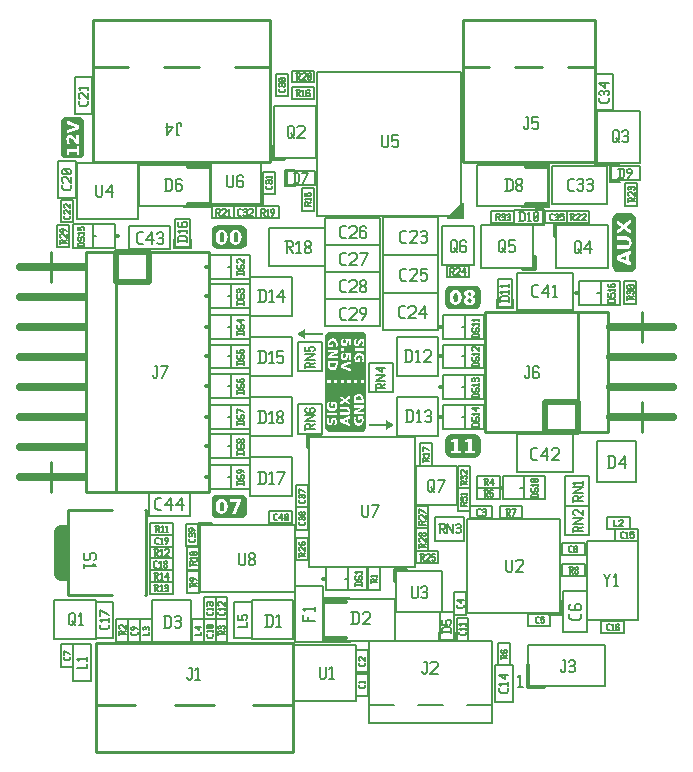
<source format=gbr>
G04 start of page 10 for group -4079 idx -4079 *
G04 Title: (unknown), topsilk *
G04 Creator: pcb 20140316 *
G04 CreationDate: Mon 04 Feb 2019 19:55:54 GMT UTC *
G04 For: kier *
G04 Format: Gerber/RS-274X *
G04 PCB-Dimensions (mil): 2755.91 2913.39 *
G04 PCB-Coordinate-Origin: lower left *
%MOIN*%
%FSLAX25Y25*%
%LNTOPSILK*%
%ADD145C,0.0492*%
%ADD144C,0.0197*%
%ADD143C,0.0252*%
%ADD142C,0.0098*%
%ADD141C,0.0138*%
%ADD140C,0.0118*%
%ADD139C,0.0079*%
%ADD138C,0.0059*%
%ADD137C,0.0001*%
G54D137*G36*
X46415Y232405D02*X47378Y232057D01*
X46415Y231712D01*
Y232405D01*
G37*
G36*
Y235394D02*X48344D01*
X49110Y235237D01*
X49744Y234809D01*
X50172Y234180D01*
X50330Y233415D01*
Y223589D01*
X50172Y222819D01*
X49744Y222189D01*
X49110Y221761D01*
X48344Y221609D01*
X46415D01*
Y223763D01*
X47725D01*
Y222824D01*
X48447D01*
Y225672D01*
X47725D01*
Y224733D01*
X46415D01*
Y227905D01*
X47682Y226502D01*
X48447D01*
Y229421D01*
X47682D01*
Y227652D01*
X46917Y228520D01*
X46489Y228976D01*
X46415Y229037D01*
Y230687D01*
X48447Y231433D01*
Y232687D01*
X46415Y233433D01*
Y235394D01*
G37*
G36*
X42441Y223589D02*Y233415D01*
X42593Y234180D01*
X43022Y234809D01*
X43652Y235237D01*
X44428Y235394D01*
X46415D01*
Y233433D01*
X44383Y234180D01*
Y233137D01*
X46415Y232405D01*
Y231712D01*
X44383Y230983D01*
Y229941D01*
X46415Y230687D01*
Y229037D01*
X46163Y229248D01*
X45528Y229421D01*
X45013Y229313D01*
X44628Y229004D01*
X44390Y228509D01*
X44313Y227858D01*
X44383Y227196D01*
X44557Y226502D01*
X45469D01*
X45148Y227131D01*
X45045Y227652D01*
X45220Y228174D01*
X45669Y228346D01*
X46017Y228276D01*
X46365Y227961D01*
X46415Y227905D01*
Y224733D01*
X44383D01*
Y223763D01*
X44600Y222824D01*
X45295D01*
X45121Y223763D01*
X46415D01*
Y221609D01*
X44428D01*
X43652Y221761D01*
X43022Y222189D01*
X42593Y222819D01*
X42441Y223589D01*
G37*
G36*
X100749Y107037D02*X101270D01*
X100749Y105906D01*
Y107037D01*
G37*
G36*
Y109468D02*X102556D01*
X103321Y109316D01*
X103950Y108887D01*
X104379Y108258D01*
X104536Y107487D01*
Y103565D01*
X104379Y102800D01*
X103950Y102170D01*
X103321Y101742D01*
X102556Y101585D01*
X100749D01*
Y103266D01*
X102589Y107238D01*
Y107931D01*
X100749D01*
Y109468D01*
G37*
G36*
X96148D02*X100749D01*
Y107931D01*
X98910D01*
Y107037D01*
X100749D01*
Y105906D01*
X99464Y103114D01*
X100679D01*
X100749Y103266D01*
Y101585D01*
X96148D01*
Y103014D01*
X96165Y103011D01*
X97001Y103179D01*
X97624Y103668D01*
X98015Y104455D01*
X98145Y105502D01*
X98015Y106587D01*
X97624Y107384D01*
X97001Y107878D01*
X96165Y108046D01*
X96148Y108042D01*
Y109468D01*
G37*
G36*
X94711D02*X96148D01*
Y108042D01*
X95308Y107878D01*
X94673Y107384D01*
X94283Y106587D01*
X94152Y105502D01*
X94283Y104455D01*
X94673Y103668D01*
X95308Y103179D01*
X96148Y103014D01*
Y101585D01*
X94711D01*
X93941Y101742D01*
X93311Y102170D01*
X92883Y102800D01*
X92731Y103565D01*
Y107487D01*
X92883Y108258D01*
X93311Y108887D01*
X93941Y109316D01*
X94711Y109468D01*
G37*
G36*
X96165Y107178D02*X96501Y107102D01*
X96724Y106831D01*
X96849Y106326D01*
X96898Y105545D01*
X96849Y104747D01*
X96724Y104227D01*
X96501Y103939D01*
X96165Y103841D01*
X95812Y103939D01*
X95579Y104227D01*
X95443Y104747D01*
X95406Y105545D01*
X95443Y106326D01*
X95579Y106831D01*
X95812Y107102D01*
X96165Y107178D01*
G37*
G36*
X178895Y129563D02*X180509D01*
X181274Y129411D01*
X181903Y128983D01*
X182332Y128353D01*
X182489Y127583D01*
Y123660D01*
X182332Y122895D01*
X181903Y122266D01*
X181274Y121837D01*
X180509Y121680D01*
X178895D01*
Y123172D01*
X180612D01*
Y124040D01*
X179500D01*
Y128033D01*
X178895D01*
Y129563D01*
G37*
G36*
X174243D02*X178895D01*
Y128033D01*
X178285D01*
X177178Y127784D01*
Y126959D01*
X178323Y127165D01*
Y124040D01*
X177211D01*
Y123172D01*
X178895D01*
Y121680D01*
X174243D01*
Y123172D01*
X175963D01*
Y124040D01*
X174851D01*
Y128033D01*
X174243D01*
Y129563D01*
G37*
G36*
X172664D02*X174243D01*
Y128033D01*
X173668D01*
X172523Y127784D01*
Y126959D01*
X173668Y127165D01*
Y124040D01*
X172556D01*
Y123172D01*
X174243D01*
Y121680D01*
X172664D01*
X171894Y121837D01*
X171264Y122266D01*
X170836Y122895D01*
X170684Y123660D01*
Y127583D01*
X170836Y128353D01*
X171264Y128983D01*
X171894Y129411D01*
X172664Y129563D01*
G37*
G36*
X100815Y199242D02*X102568D01*
X103333Y199090D01*
X103963Y198661D01*
X104391Y198032D01*
X104549Y197261D01*
Y193339D01*
X104391Y192574D01*
X103963Y191944D01*
X103333Y191516D01*
X102568Y191359D01*
X100815D01*
Y192788D01*
X101651Y192953D01*
X102292Y193442D01*
X102682Y194229D01*
X102812Y195276D01*
X102682Y196361D01*
X102292Y197158D01*
X101651Y197652D01*
X100815Y197817D01*
Y199242D01*
G37*
G36*
X96160D02*X100815D01*
Y197817D01*
X100800Y197820D01*
X99959Y197652D01*
X99340Y197158D01*
X98950Y196361D01*
X98819Y195276D01*
X98950Y194229D01*
X99340Y193442D01*
X99959Y192953D01*
X100800Y192785D01*
X100815Y192788D01*
Y191359D01*
X96160D01*
Y192789D01*
X96183Y192785D01*
X97013Y192953D01*
X97637Y193442D01*
X98027Y194229D01*
X98157Y195276D01*
X98027Y196361D01*
X97637Y197158D01*
X97013Y197652D01*
X96183Y197820D01*
X96160Y197815D01*
Y199242D01*
G37*
G36*
X94723D02*X96160D01*
Y197815D01*
X95320Y197652D01*
X94685Y197158D01*
X94295Y196361D01*
X94164Y195276D01*
X94295Y194229D01*
X94685Y193442D01*
X95320Y192953D01*
X96160Y192789D01*
Y191359D01*
X94723D01*
X93953Y191516D01*
X93324Y191944D01*
X92895Y192574D01*
X92743Y193339D01*
Y197261D01*
X92895Y198032D01*
X93324Y198661D01*
X93953Y199090D01*
X94723Y199242D01*
G37*
G36*
X100800Y196952D02*X101152Y196876D01*
X101391Y196605D01*
X101516Y196100D01*
X101565Y195319D01*
X101516Y194521D01*
X101391Y194001D01*
X101147Y193713D01*
X100800Y193615D01*
X100463Y193713D01*
X100241Y194001D01*
X100111Y194521D01*
X100067Y195319D01*
X100111Y196100D01*
X100241Y196605D01*
X100463Y196876D01*
X100800Y196952D01*
G37*
G36*
X96183D02*X96514Y196876D01*
X96736Y196605D01*
X96861Y196100D01*
X96910Y195319D01*
X96861Y194521D01*
X96736Y194001D01*
X96514Y193713D01*
X96183Y193615D01*
X95825Y193713D01*
X95591Y194001D01*
X95461Y194521D01*
X95418Y195319D01*
X95461Y196100D01*
X95591Y196605D01*
X95825Y196876D01*
X96183Y196952D01*
G37*
G36*
X121239Y162995D02*X123963Y164569D01*
Y163402D01*
X129730D01*
Y162605D01*
X123963D01*
Y161422D01*
X121239Y162995D01*
G37*
G36*
X153612Y132678D02*X150889Y131105D01*
Y132304D01*
X145117D01*
Y133069D01*
X150889D01*
Y134257D01*
X153612Y132678D01*
G37*
G36*
X137301Y137954D02*X137613D01*
X138204Y137819D01*
X138378Y137400D01*
X138204Y136950D01*
X137613Y136842D01*
X137301D01*
Y137954D01*
G37*
G36*
X141747Y138442D02*X142339D01*
X141747Y138127D01*
Y138442D01*
G37*
G36*
Y134308D02*X142128D01*
Y134829D01*
X142752D01*
X142789Y134623D01*
X142821Y134378D01*
X142752Y133944D01*
X142544Y133613D01*
X142204Y133429D01*
X141747Y133369D01*
X141747Y133369D01*
Y134308D01*
G37*
G36*
X142959Y160612D02*X142995Y160594D01*
X143065Y160144D01*
X142995Y159655D01*
X142959Y159548D01*
Y160612D01*
G37*
G36*
Y155124D02*X143065Y154832D01*
X142995Y154311D01*
X142959Y154229D01*
Y155124D01*
G37*
G36*
Y163666D02*X143104Y163637D01*
X143733Y163209D01*
X144156Y162579D01*
X144313Y161809D01*
Y132295D01*
X144156Y131530D01*
X143733Y130901D01*
X143104Y130472D01*
X142959Y130442D01*
Y132988D01*
X142962Y132990D01*
X143299Y133548D01*
X143412Y134275D01*
X143343Y134970D01*
X143136Y135594D01*
X142959D01*
Y136321D01*
X143380D01*
Y137124D01*
X142959D01*
Y138078D01*
X143380Y138301D01*
Y139240D01*
X142959D01*
Y140075D01*
X143380D01*
Y140943D01*
X143347Y141589D01*
X143271Y142050D01*
X142959Y142568D01*
Y146705D01*
X143515D01*
Y147817D01*
X142959D01*
Y153752D01*
X143445D01*
X143619Y154311D01*
X143689Y154935D01*
X143576Y155684D01*
X143239Y156254D01*
X142959Y156444D01*
Y157366D01*
X143619D01*
Y158196D01*
X142959D01*
Y159134D01*
X143515D01*
X143619Y159726D01*
X143689Y160279D01*
X143613Y160800D01*
X143412Y161185D01*
X143104Y161419D01*
X142959Y161445D01*
Y163666D01*
G37*
G36*
Y158196D02*X141747D01*
Y159077D01*
X141991Y159172D01*
X142339Y159932D01*
X142404Y160279D01*
X142544Y160626D01*
X142719Y160735D01*
X142959Y160612D01*
Y159548D01*
X142821Y159134D01*
X142959D01*
Y158196D01*
G37*
G36*
Y156444D02*X142696Y156622D01*
X141991Y156742D01*
X141747Y156698D01*
Y157366D01*
X142959D01*
Y156444D01*
G37*
G36*
Y142568D02*X142893Y142679D01*
X142404Y142988D01*
X141747Y143130D01*
X141747Y143130D01*
Y153649D01*
X142165D01*
Y154935D01*
X141747D01*
Y155834D01*
X141991Y155874D01*
X142447Y155803D01*
X142789Y155592D01*
X142959Y155124D01*
Y154229D01*
X142752Y153752D01*
X142959D01*
Y147817D01*
X142404D01*
Y146705D01*
X142959D01*
Y142568D01*
G37*
G36*
Y139240D02*X141747D01*
Y140075D01*
X142959D01*
Y139240D01*
G37*
G36*
Y137124D02*X141747D01*
Y137437D01*
X142959Y138078D01*
Y137124D01*
G37*
G36*
Y135594D02*X141747D01*
Y136321D01*
X142959D01*
Y135594D01*
G37*
G36*
Y130442D02*X142339Y130315D01*
X141747D01*
Y132501D01*
X141747Y132501D01*
X142431Y132632D01*
X142959Y132988D01*
Y130442D01*
G37*
G36*
X141747Y163789D02*X142339D01*
X142959Y163666D01*
Y161445D01*
X142685Y161494D01*
X142056Y161288D01*
X141747Y160639D01*
Y163789D01*
G37*
G36*
Y154935D02*X141606D01*
Y154414D01*
X140982D01*
X140949Y154620D01*
X140911Y154865D01*
X141189Y155592D01*
X141530Y155798D01*
X141747Y155834D01*
Y154935D01*
G37*
G36*
Y137124D02*X141156D01*
X141747Y137437D01*
Y137124D01*
G37*
G36*
X140741Y132825D02*X141036Y132626D01*
X141747Y132501D01*
Y130315D01*
X140741D01*
Y132825D01*
G37*
G36*
Y136321D02*X141747D01*
Y135594D01*
X141573D01*
Y134308D01*
X141747D01*
Y133369D01*
X140949Y133651D01*
X140741Y134213D01*
Y134937D01*
X140982Y135491D01*
X140741D01*
Y136321D01*
G37*
G36*
Y138442D02*X141747D01*
Y138127D01*
X140741Y137592D01*
Y138442D01*
G37*
G36*
Y140075D02*X141747D01*
Y139240D01*
X140741D01*
Y140075D01*
G37*
G36*
Y153649D02*X141747D01*
Y143130D01*
X141085Y142988D01*
X140741Y142768D01*
Y146705D01*
X141297D01*
Y147817D01*
X140741D01*
Y153649D01*
G37*
G36*
Y157366D02*X141747D01*
Y156698D01*
X141297Y156617D01*
X140776Y156254D01*
X140741Y156196D01*
Y157366D01*
G37*
G36*
Y159142D02*X140895Y159026D01*
X141363Y158928D01*
X141747Y159077D01*
Y158196D01*
X140741D01*
Y159142D01*
G37*
G36*
Y163789D02*X141747D01*
Y160639D01*
X141709Y160561D01*
X141644Y160247D01*
X141504Y159829D01*
X141259Y159758D01*
X141015Y159899D01*
X140911Y160317D01*
X141015Y160870D01*
X141259Y161462D01*
X140741D01*
Y163789D01*
G37*
G36*
Y134213D02*X140667Y134411D01*
X140739Y134932D01*
X140741Y134937D01*
Y134213D01*
G37*
G36*
X138516Y163789D02*X140741D01*
Y161462D01*
X140532D01*
X140358Y160838D01*
X140320Y160214D01*
X140374Y159661D01*
X140565Y159275D01*
X140741Y159142D01*
Y158196D01*
X140390D01*
Y157366D01*
X140741D01*
Y156196D01*
X140434Y155700D01*
X140320Y154969D01*
X140390Y154273D01*
X140635Y153649D01*
X140741D01*
Y147817D01*
X140184D01*
Y146705D01*
X140741D01*
Y142768D01*
X140602Y142679D01*
X140217Y142050D01*
X140115Y140943D01*
Y140075D01*
X140741D01*
Y139240D01*
X140115D01*
Y138442D01*
X140741D01*
Y137592D01*
X140115Y137259D01*
Y136321D01*
X140741D01*
Y135491D01*
X140287D01*
X140115Y134932D01*
X140081Y134308D01*
X140174Y133559D01*
X140494Y132990D01*
X140741Y132825D01*
Y130315D01*
X138516D01*
Y132450D01*
X138931Y132295D01*
Y133163D01*
X138516Y133286D01*
Y134717D01*
X138931Y134867D01*
Y135697D01*
X138516Y135547D01*
Y136240D01*
X138654Y136321D01*
X138893Y136771D01*
X138969Y137400D01*
X138893Y138013D01*
X138654Y138442D01*
X138516Y138525D01*
Y139559D01*
X138931Y139272D01*
Y140140D01*
X138516Y140427D01*
Y141383D01*
X138931Y141670D01*
Y142538D01*
X138516Y142252D01*
Y146705D01*
X139072D01*
Y147817D01*
X138516D01*
Y150772D01*
X139176Y150524D01*
Y151360D01*
X138516Y151599D01*
Y152857D01*
X139176Y153096D01*
Y153926D01*
X138516Y153678D01*
Y155906D01*
X138552D01*
Y154485D01*
X139176D01*
Y156569D01*
X138516D01*
Y160664D01*
X138552D01*
Y159275D01*
X139176D01*
Y161359D01*
X138516D01*
Y163789D01*
G37*
G36*
Y156569D02*X137336D01*
X137510Y156112D01*
X137543Y155733D01*
X137407Y155244D01*
X137301Y155200D01*
Y159093D01*
X137461Y159124D01*
X137824Y159379D01*
X138036Y159764D01*
X138102Y160279D01*
Y160491D01*
X138063Y160664D01*
X138516D01*
Y156569D01*
G37*
G36*
Y153678D02*X137301Y153221D01*
Y154302D01*
X137461Y154333D01*
X137824Y154588D01*
X138036Y154973D01*
X138102Y155488D01*
Y155700D01*
X138063Y155906D01*
X138516D01*
Y153678D01*
G37*
G36*
Y151599D02*X137301Y152040D01*
Y152416D01*
X138516Y152857D01*
Y151599D01*
G37*
G36*
Y142252D02*X137301Y141418D01*
Y151230D01*
X138516Y150772D01*
Y147817D01*
X137960D01*
Y146705D01*
X138516D01*
Y142252D01*
G37*
G36*
Y140427D02*X137824Y140905D01*
X138516Y141383D01*
Y140427D01*
G37*
G36*
Y138525D02*X138220Y138702D01*
X137613Y138789D01*
X137301D01*
Y140397D01*
X138516Y139559D01*
Y138525D01*
G37*
G36*
Y135547D02*X137301Y135108D01*
Y135974D01*
X137613D01*
X138220Y136066D01*
X138516Y136240D01*
Y135547D01*
G37*
G36*
Y133286D02*X138345Y133337D01*
Y134655D01*
X138516Y134717D01*
Y133286D01*
G37*
G36*
Y130315D02*X137301D01*
Y132902D01*
X138516Y132450D01*
Y130315D01*
G37*
G36*
X137301Y163789D02*X138516D01*
Y161359D01*
X137336D01*
X137510Y160908D01*
X137543Y160523D01*
X137407Y160040D01*
X137301Y159996D01*
Y163789D01*
G37*
G36*
Y152040D02*X136783Y152228D01*
X137301Y152416D01*
Y152040D01*
G37*
G36*
X132858Y156980D02*X133723D01*
X132858Y156521D01*
Y156980D01*
G37*
G36*
Y139169D02*X133240D01*
Y139690D01*
X133865D01*
X133896Y139484D01*
X133934Y139240D01*
X133865Y138806D01*
X133658Y138475D01*
X133310Y138290D01*
X132858Y138230D01*
Y139169D01*
G37*
G36*
X136295Y133277D02*X137301Y132902D01*
Y130315D01*
X136295D01*
Y133277D01*
G37*
G36*
Y135974D02*X137301D01*
Y135108D01*
X136295Y134745D01*
Y135974D01*
G37*
G36*
Y137954D02*X137301D01*
Y136842D01*
X136295D01*
Y137954D01*
G37*
G36*
Y139745D02*X137265Y140422D01*
X137301Y140397D01*
Y138789D01*
X136295D01*
Y139745D01*
G37*
G36*
Y141184D02*X136712Y140905D01*
X136295Y140627D01*
Y141184D01*
G37*
G36*
Y151609D02*X137301Y151230D01*
Y141418D01*
X137265Y141393D01*
X136295Y142070D01*
Y146705D01*
X136848D01*
Y147817D01*
X136295D01*
Y151609D01*
G37*
G36*
Y154511D02*X136511Y154344D01*
X136989Y154241D01*
X137301Y154302D01*
Y153221D01*
X136295Y152842D01*
Y154511D01*
G37*
G36*
Y159276D02*X136511Y159118D01*
X136989Y159031D01*
X137301Y159093D01*
Y155200D01*
X136989Y155071D01*
X136571Y155244D01*
X136435Y155733D01*
X136502Y156183D01*
X136745Y156704D01*
X136295D01*
Y157501D01*
X136783D01*
Y158266D01*
X136295D01*
Y159276D01*
G37*
G36*
Y163789D02*X137301D01*
Y159996D01*
X136989Y159867D01*
X136571Y160040D01*
X136435Y160523D01*
X136502Y160973D01*
X136745Y161462D01*
X136295D01*
Y163789D01*
G37*
G36*
X134074Y159975D02*X134178Y159693D01*
X134108Y159172D01*
X134074Y159093D01*
Y159975D01*
G37*
G36*
Y163789D02*X136295D01*
Y161462D01*
X136089D01*
X135915Y160941D01*
X135878Y160388D01*
X135943Y159813D01*
X136154Y159379D01*
X136295Y159276D01*
Y158266D01*
X135947D01*
Y157501D01*
X136295D01*
Y156704D01*
X136089D01*
X135915Y156150D01*
X135878Y155592D01*
X135943Y155038D01*
X136154Y154620D01*
X136295Y154511D01*
Y152842D01*
X135947Y152711D01*
Y151740D01*
X136295Y151609D01*
Y147817D01*
X135741D01*
Y146705D01*
X136295D01*
Y142070D01*
X135671Y142506D01*
Y141600D01*
X136295Y141184D01*
Y140627D01*
X135671Y140211D01*
Y139310D01*
X136295Y139745D01*
Y138789D01*
X135671D01*
Y137954D01*
X136295D01*
Y136842D01*
X135671D01*
Y135974D01*
X136295D01*
Y134745D01*
X135671Y134520D01*
Y133510D01*
X136295Y133277D01*
Y130315D01*
X134074D01*
Y132642D01*
X134315D01*
X134489Y133266D01*
X134526Y133858D01*
X134467Y134427D01*
X134282Y134829D01*
X134074Y134987D01*
Y135908D01*
X134489D01*
Y136738D01*
X134074D01*
Y137857D01*
X134412Y138410D01*
X134526Y139137D01*
X134456Y139831D01*
X134244Y140455D01*
X134074D01*
Y146705D01*
X134630D01*
Y147817D01*
X134074D01*
Y151301D01*
X134282Y151425D01*
X134630Y152054D01*
X134732Y153161D01*
Y154029D01*
X134074D01*
Y154865D01*
X134732D01*
Y155662D01*
X134074D01*
Y156495D01*
X134732Y156845D01*
Y157745D01*
X134074D01*
Y158613D01*
X134558D01*
X134732Y159172D01*
X134802Y159796D01*
X134689Y160545D01*
X134352Y161115D01*
X134074Y161303D01*
Y163789D01*
G37*
G36*
Y157745D02*X132858D01*
Y158510D01*
X133272D01*
Y159796D01*
X132858D01*
Y160695D01*
X133099Y160735D01*
X133556Y160664D01*
X133896Y160453D01*
X134074Y159975D01*
Y159093D01*
X133865Y158613D01*
X134074D01*
Y157745D01*
G37*
G36*
Y155662D02*X132858D01*
Y155848D01*
X134074Y156495D01*
Y155662D01*
G37*
G36*
Y154029D02*X132858D01*
Y154865D01*
X134074D01*
Y154029D01*
G37*
G36*
Y140455D02*X132858D01*
Y151027D01*
X133099Y150975D01*
X133761Y151116D01*
X134074Y151301D01*
Y147817D01*
X133517D01*
Y146705D01*
X134074D01*
Y140455D01*
G37*
G36*
Y136738D02*X132858D01*
Y137362D01*
X133544Y137493D01*
X134070Y137851D01*
X134074Y137857D01*
Y136738D01*
G37*
G36*
Y134987D02*X133945Y135084D01*
X133484Y135176D01*
X132858Y134933D01*
Y135908D01*
X134074D01*
Y134987D01*
G37*
G36*
Y130315D02*X132858D01*
Y132958D01*
X133137Y133543D01*
X133202Y133858D01*
X133343Y134237D01*
X133587Y134346D01*
X133831Y134205D01*
X133934Y133787D01*
X133865Y133234D01*
X133587Y132642D01*
X134074D01*
Y130315D01*
G37*
G36*
X132858Y163789D02*X134074D01*
Y161303D01*
X133804Y161484D01*
X133099Y161603D01*
X132858Y161559D01*
Y163789D01*
G37*
G36*
Y159796D02*X132719D01*
Y159275D01*
X132095D01*
X132057Y159482D01*
X132026Y159726D01*
X132302Y160453D01*
X132639Y160659D01*
X132858Y160695D01*
Y159796D01*
G37*
G36*
Y155662D02*X132508D01*
X132858Y155848D01*
Y155662D01*
G37*
G36*
X131886Y132662D02*X132160Y132610D01*
X132790Y132816D01*
X132858Y132958D01*
Y130315D01*
X132508D01*
X131886Y130442D01*
Y132662D01*
G37*
G36*
Y135908D02*X132858D01*
Y134933D01*
X132856Y134932D01*
X132508Y134172D01*
X132443Y133825D01*
X132334Y133440D01*
X132128Y133369D01*
X131886Y133492D01*
Y134515D01*
X132026Y134932D01*
X131886D01*
Y135908D01*
G37*
G36*
Y137662D02*X132144Y137487D01*
X132856Y137362D01*
X132858Y137362D01*
Y136738D01*
X131886D01*
Y137662D01*
G37*
G36*
Y151549D02*X131954Y151425D01*
X132443Y151116D01*
X132858Y151027D01*
Y140455D01*
X132681D01*
Y139169D01*
X132858D01*
Y138230D01*
X132856Y138230D01*
X132394Y138306D01*
X132057Y138513D01*
X131886Y138984D01*
Y139872D01*
X132095Y140352D01*
X131886D01*
Y146705D01*
X132443D01*
Y147817D01*
X131886D01*
Y151549D01*
G37*
G36*
Y154865D02*X132858D01*
Y154029D01*
X131886D01*
Y154865D01*
G37*
G36*
Y156980D02*X132858D01*
Y156521D01*
X131886Y156006D01*
Y156980D01*
G37*
G36*
Y158510D02*X132858D01*
Y157745D01*
X131886D01*
Y158510D01*
G37*
G36*
X132508Y163789D02*X132858D01*
Y161559D01*
X132410Y161478D01*
X131886Y161116D01*
Y163666D01*
X132508Y163789D01*
G37*
G36*
X131886Y133492D02*X131852Y133510D01*
X131781Y133961D01*
X131852Y134411D01*
X131886Y134515D01*
Y133492D01*
G37*
G36*
Y138984D02*X131781Y139272D01*
X131852Y139793D01*
X131886Y139872D01*
Y138984D01*
G37*
G36*
Y161116D02*X131884Y161115D01*
X131543Y160561D01*
X131433Y159829D01*
X131504Y159134D01*
X131748Y158510D01*
X131886D01*
Y157745D01*
X131504D01*
Y156980D01*
X131886D01*
Y156006D01*
X131504Y155803D01*
Y154865D01*
X131886D01*
Y154029D01*
X131504D01*
Y153161D01*
X131526Y152521D01*
X131607Y152054D01*
X131886Y151549D01*
Y147817D01*
X131330D01*
Y146705D01*
X131886D01*
Y140352D01*
X131402D01*
X131228Y139793D01*
X131189Y139169D01*
X131281Y138420D01*
X131607Y137851D01*
X131886Y137662D01*
Y136738D01*
X131228D01*
Y135908D01*
X131886D01*
Y134932D01*
X131330D01*
X131228Y134378D01*
X131189Y133825D01*
X131243Y133310D01*
X131433Y132919D01*
X131737Y132691D01*
X131886Y132662D01*
Y130442D01*
X131737Y130472D01*
X131108Y130901D01*
X130685Y131530D01*
X130533Y132295D01*
Y161809D01*
X130685Y162579D01*
X131108Y163209D01*
X131737Y163637D01*
X131886Y163666D01*
Y161116D01*
G37*
G36*
X137717Y134449D02*Y133543D01*
X136435Y133999D01*
X137717Y134449D01*
G37*
G36*
X141747Y142261D02*X142474Y141985D01*
X142658Y141643D01*
X142719Y141182D01*
Y140905D01*
X140739D01*
Y141182D01*
X140808Y141648D01*
X141015Y141985D01*
X141747Y142261D01*
G37*
G36*
X132128Y153199D02*X134108D01*
Y152884D01*
X134032Y152445D01*
X133831Y152119D01*
X133099Y151843D01*
X132372Y152119D01*
X132182Y152445D01*
X132128Y152884D01*
Y153199D01*
G37*
G36*
X230258Y194310D02*X230736D01*
X231251Y194256D01*
X231604Y194104D01*
X231788Y193854D01*
X231848Y193474D01*
X231788Y193084D01*
X231604Y192819D01*
X231251Y192661D01*
X230736Y192606D01*
X230258D01*
Y194310D01*
G37*
G36*
Y203370D02*X232266D01*
X233031Y203213D01*
X233666Y202791D01*
X234094Y202160D01*
X234252Y201395D01*
Y185630D01*
X234094Y184859D01*
X233666Y184230D01*
X233031Y183802D01*
X232266Y183650D01*
X230258D01*
Y186739D01*
X232689Y185835D01*
Y187089D01*
X231821Y187399D01*
Y189379D01*
X232689Y189693D01*
Y190941D01*
X230258Y190038D01*
Y191359D01*
X230736D01*
X231631Y191489D01*
X232266Y191880D01*
X232651Y192541D01*
X232787Y193474D01*
X232651Y194391D01*
X232266Y195037D01*
X231631Y195429D01*
X230736Y195559D01*
X230258D01*
Y197959D01*
X232689Y196291D01*
Y197609D01*
X231013Y198754D01*
X232689Y199865D01*
Y201184D01*
X230258Y199516D01*
Y203370D01*
G37*
G36*
X226363Y185630D02*Y201395D01*
X226515Y202160D01*
X226944Y202791D01*
X227573Y203213D01*
X228349Y203370D01*
X230258D01*
Y199516D01*
X230215Y199487D01*
X227828Y201113D01*
Y199795D01*
X229390Y198754D01*
X227828Y197680D01*
Y196361D01*
X230215Y197989D01*
X230258Y197959D01*
Y195559D01*
X227828D01*
Y194310D01*
X230258D01*
Y192606D01*
X227828D01*
Y191359D01*
X230258D01*
Y190038D01*
X227828Y189134D01*
Y187643D01*
X230258Y186739D01*
Y183650D01*
X228349D01*
X227573Y183802D01*
X226944Y184230D01*
X226515Y184859D01*
X226363Y185630D01*
G37*
G36*
X228967Y188407D02*X230910Y189069D01*
Y187713D01*
X228967Y188407D01*
G37*
G36*
X178734Y174959D02*X179287Y174759D01*
X179461Y174205D01*
X179287Y173646D01*
X178734Y173473D01*
X178213Y173646D01*
X178001Y174205D01*
X178213Y174759D01*
X178734Y174959D01*
G37*
G36*
Y176945D02*X179184Y176771D01*
X179358Y176349D01*
X179184Y175903D01*
X178734Y175730D01*
X178283Y175903D01*
X178110Y176349D01*
X178283Y176771D01*
X178734Y176945D01*
G37*
G36*
X178734Y179169D02*X180502D01*
X181267Y179017D01*
X181897Y178589D01*
X182325Y177959D01*
X182483Y177189D01*
Y173266D01*
X182325Y172501D01*
X181897Y171872D01*
X181267Y171443D01*
X180502Y171286D01*
X178734D01*
Y172675D01*
X178734Y172675D01*
X179558Y172773D01*
X180156Y173049D01*
X180520Y173511D01*
X180643Y174134D01*
X180400Y174932D01*
X179634Y175382D01*
X180330Y175767D01*
X180540Y176462D01*
X180426Y177005D01*
X180085Y177390D01*
X179515Y177650D01*
X178734Y177737D01*
X178734Y177737D01*
Y179169D01*
G37*
G36*
X174095D02*X178734D01*
Y177737D01*
X177947Y177650D01*
X177377Y177390D01*
X177036Y177005D01*
X176927Y176462D01*
X177171Y175767D01*
X177828Y175382D01*
X177069Y174932D01*
X176824Y174134D01*
X176943Y173511D01*
X177307Y173049D01*
X177904Y172773D01*
X178734Y172675D01*
Y171286D01*
X174095D01*
Y172680D01*
X174117Y172675D01*
X174947Y172843D01*
X175571Y173337D01*
X175961Y174134D01*
X176091Y175209D01*
X175961Y176289D01*
X175571Y177086D01*
X174947Y177580D01*
X174117Y177737D01*
X174095Y177733D01*
Y179169D01*
G37*
G36*
X172657D02*X174095D01*
Y177733D01*
X173254Y177580D01*
X172620Y177086D01*
X172230Y176289D01*
X172098Y175209D01*
X172230Y174134D01*
X172620Y173337D01*
X173254Y172843D01*
X174095Y172680D01*
Y171286D01*
X172657D01*
X171887Y171443D01*
X171258Y171872D01*
X170830Y172501D01*
X170677Y173266D01*
Y177189D01*
X170830Y177959D01*
X171258Y178589D01*
X171887Y179017D01*
X172657Y179169D01*
G37*
G36*
X174117Y176869D02*X174448Y176777D01*
X174670Y176495D01*
X174795Y175990D01*
X174844Y175209D01*
X174795Y174433D01*
X174670Y173917D01*
X174448Y173641D01*
X174117Y173543D01*
X173760Y173641D01*
X173525Y173917D01*
X173395Y174433D01*
X173352Y175209D01*
X173395Y175990D01*
X173525Y176495D01*
X173760Y176777D01*
X174117Y176869D01*
G37*
G54D138*X194882Y48594D02*X195682Y49394D01*
Y45394D01*
X194882D02*X196382D01*
X171063Y181890D02*X178543D01*
X171063Y185827D02*X178543D01*
Y181890D01*
X171063Y185827D02*Y181890D01*
G54D139*X169488Y199016D02*X180118D01*
X169488Y186024D02*X180118D01*
X169488Y199016D02*Y186024D01*
X180118Y199016D02*Y186024D01*
X182677Y185039D02*X200000D01*
X182677Y199213D02*X200000D01*
Y185039D01*
X182677Y199213D02*Y185039D01*
G54D140*X200394Y188583D02*Y184646D01*
X196457D02*X200394D01*
G54D138*X186024Y203937D02*X193504D01*
X186024Y200000D02*X193504D01*
X186024Y203937D02*Y200000D01*
X193504Y203937D02*Y200000D01*
G54D139*X206102Y218898D02*X224606D01*
X206102Y206299D02*X224606D01*
X206102Y218898D02*Y206299D01*
X224606Y218898D02*Y206299D01*
X181102Y219488D02*X204724D01*
X181102Y205709D02*X204724D01*
X181102Y219488D02*Y205709D01*
X204724Y219488D02*Y205709D01*
X205118Y219882D02*Y205315D01*
X196063Y219882D02*X205118D01*
G54D141*X197638Y218701D02*X204331D01*
G54D139*X196063Y205315D02*X205118D01*
G54D141*X197638Y206496D02*X204331D01*
G54D142*X176378Y267717D02*Y220472D01*
X220472Y267717D02*Y220472D01*
X176378D02*X220472D01*
X176378Y267717D02*X220472D01*
X211654Y251969D02*X220472D01*
X194016D02*X202835D01*
X176378D02*X185197D01*
G54D139*X226575Y249803D02*Y237598D01*
X220669Y249803D02*Y237598D01*
Y249803D02*X226575D01*
X220669Y237598D02*X226575D01*
G54D138*X230709Y213189D02*Y205709D01*
X234646Y213189D02*Y205709D01*
X230709D02*X234646D01*
X230709Y213189D02*X234646D01*
G54D139*X221260Y237402D02*Y220079D01*
X235433Y237402D02*Y220079D01*
X221260D02*X235433D01*
X221260Y237402D02*X235433D01*
G54D140*X220866Y219685D02*X224803D01*
X220866Y223622D02*Y219685D01*
G54D138*X225984Y214173D02*X235433D01*
X225984Y218898D02*X235433D01*
Y214173D01*
X225984Y218898D02*Y214173D01*
X225591Y219291D02*Y213780D01*
X228740D01*
X225591Y219291D02*X228740D01*
G54D139*X130512Y165551D02*X149016D01*
X130512Y174606D02*X149016D01*
Y165551D01*
X130512Y174606D02*Y165551D01*
Y174606D02*X149016D01*
X130512Y183661D02*X149016D01*
Y174606D01*
X130512Y183661D02*Y174606D01*
G54D138*X122835Y211614D02*Y204134D01*
X126772Y211614D02*Y204134D01*
X122835D02*X126772D01*
X122835Y211614D02*X126772D01*
X127874Y202441D02*X175906D01*
X127874Y250472D02*X175906D01*
X127874D02*Y202441D01*
X175906Y250472D02*Y202441D01*
X176693Y206772D02*Y201654D01*
X171575D02*X176693D01*
Y206772D02*X171575Y201654D01*
X176693Y205984D02*X172362Y201654D01*
X176693Y205197D02*X173150Y201654D01*
X176693Y204409D02*X173937Y201654D01*
X176693Y203622D02*X174724Y201654D01*
X176693Y202835D02*X175512Y201654D01*
X176693Y202047D02*X176299Y201654D01*
G54D139*X130512Y183661D02*X149016D01*
X130512Y192717D02*X149016D01*
Y183661D01*
X130512Y192717D02*Y183661D01*
Y192717D02*X149016D01*
X130512Y201772D02*X149016D01*
Y192717D01*
X130512Y201772D02*Y192717D01*
X149803Y201969D02*X168307D01*
X149803Y189370D02*X168307D01*
X149803Y201969D02*Y189370D01*
X168307Y201969D02*Y189370D01*
X149803D02*X168307D01*
X149803Y176772D02*X168307D01*
X149803Y189370D02*Y176772D01*
X168307Y189370D02*Y176772D01*
X149803D02*X168307D01*
X149803Y164173D02*X168307D01*
X149803Y176772D02*Y164173D01*
X168307Y176772D02*Y164173D01*
X169882Y169291D02*X183661D01*
X169882Y161417D02*X183661D01*
X169882Y169291D02*Y161417D01*
X183661Y169291D02*Y161417D01*
G54D140*X168898Y165354D02*X169488D01*
G54D139*X177264Y169291D02*Y161417D01*
X176083Y165354D02*X177264D01*
G54D138*X203740Y203937D02*X211220D01*
X203740Y200000D02*X211220D01*
X203740Y203937D02*Y200000D01*
X211220Y203937D02*Y200000D01*
X218701D01*
X211220Y203937D02*X218701D01*
Y200000D01*
X211220Y203937D02*Y200000D01*
G54D139*X207480Y199213D02*X224803D01*
X207480Y185039D02*X224803D01*
X207480Y199213D02*Y185039D01*
X224803Y199213D02*Y185039D01*
G54D140*X207087Y199606D02*Y195669D01*
Y199606D02*X211024D01*
G54D138*X193701Y204331D02*X203150D01*
X193701Y199606D02*X203150D01*
X193701Y204331D02*Y199606D01*
X203150Y204331D02*Y199606D01*
X203543Y204724D02*Y199213D01*
X200394Y204724D02*X203543D01*
X200394Y199213D02*X203543D01*
X192913Y181496D02*Y172047D01*
X188189Y181496D02*Y172047D01*
Y181496D02*X192913D01*
X188189Y172047D02*X192913D01*
X187795Y171654D02*X193307D01*
Y174803D02*Y171654D01*
X187795Y174803D02*Y171654D01*
X230315Y180512D02*Y173031D01*
X234252Y180512D02*Y173031D01*
X230315D02*X234252D01*
X230315Y180512D02*X234252D01*
G54D139*X215157Y180709D02*X228937D01*
X215157Y172835D02*X228937D01*
X215157Y180709D02*Y172835D01*
X228937Y180709D02*Y172835D01*
G54D140*X214173Y176772D02*X214764D01*
G54D139*X222539Y180709D02*Y172835D01*
X221358Y176772D02*X222539D01*
X194685Y170866D02*X213189D01*
X194685Y183465D02*X213189D01*
Y170866D01*
X194685Y183465D02*Y170866D01*
G54D138*X119488Y246850D02*X126969D01*
X119488Y250787D02*X126969D01*
Y246850D01*
X119488Y250787D02*Y246850D01*
Y245276D02*X126969D01*
X119488Y241339D02*X126969D01*
X119488Y245276D02*Y241339D01*
X126969Y245276D02*Y241339D01*
X118110Y249803D02*Y242323D01*
X114173Y249803D02*Y242323D01*
Y249803D02*X118110D01*
X114173Y242323D02*X118110D01*
G54D139*X113386Y238976D02*Y221654D01*
X127559Y238976D02*Y221654D01*
X113386D02*X127559D01*
X113386Y238976D02*X127559D01*
G54D140*X112992Y221260D02*X116929D01*
X112992Y225197D02*Y221260D01*
G54D138*X117717Y212598D02*X127165D01*
X117717Y217323D02*X127165D01*
Y212598D01*
X117717Y217323D02*Y212598D01*
X117323Y217717D02*Y212205D01*
X120472D01*
X117323Y217717D02*X120472D01*
G54D139*X92520Y206496D02*X109055D01*
X92520Y220276D02*X109055D01*
Y206496D01*
X92520Y220276D02*Y206496D01*
G54D140*X109449Y210039D02*Y206102D01*
X105512D02*X109449D01*
G54D139*X68504Y219488D02*X92126D01*
X68504Y205709D02*X92126D01*
X68504Y219488D02*Y205709D01*
X92126Y219488D02*Y205709D01*
X92520Y219882D02*Y205315D01*
X83465Y219882D02*X92520D01*
G54D141*X85039Y218701D02*X91732D01*
G54D139*X83465Y205315D02*X92520D01*
G54D141*X85039Y206496D02*X91732D01*
G54D138*X109843Y217126D02*Y209646D01*
X113780Y217126D02*Y209646D01*
X109843D02*X113780D01*
X109843Y217126D02*X113780D01*
G54D142*X53150Y267717D02*Y220472D01*
X112205Y267717D02*Y220472D01*
X53150D02*X112205D01*
X53150Y267717D02*X112205D01*
X100394Y251969D02*X112205D01*
X76772D02*X88583D01*
X53150D02*X64961D01*
G54D139*X47047Y248622D02*Y236417D01*
X52953Y248622D02*Y236417D01*
X47047D02*X52953D01*
X47047Y248622D02*X52953D01*
G54D138*X42520Y207677D02*Y200197D01*
X46457Y207677D02*Y200197D01*
X42520D02*X46457D01*
X42520Y207677D02*X46457D01*
G54D139*X47441Y220669D02*Y208465D01*
X41535Y220669D02*Y208465D01*
Y220669D02*X47441D01*
X41535Y208465D02*X47441D01*
X68209Y220079D02*Y201181D01*
X47736Y220079D02*Y201181D01*
Y220079D02*X68209D01*
X47736Y201181D02*X68209D01*
G54D138*X45276Y199409D02*Y191929D01*
X41339Y199409D02*Y191929D01*
Y199409D02*X45276D01*
X41339Y191929D02*X45276D01*
G54D139*X46654Y191732D02*X60433D01*
X46654Y199606D02*X60433D01*
Y191732D01*
X46654Y199606D02*Y191732D01*
G54D140*X60827Y195669D02*X61417D01*
G54D139*X53051Y199606D02*Y191732D01*
Y195669D02*X54232D01*
G54D138*X100197Y205512D02*X107677D01*
X100197Y201575D02*X107677D01*
X100197Y205512D02*Y201575D01*
X107677Y205512D02*Y201575D01*
X92717D02*X100197D01*
X92717Y205512D02*X100197D01*
Y201575D01*
X92717Y205512D02*Y201575D01*
X107677Y205512D02*X115157D01*
X107677Y201575D02*X115157D01*
X107677Y205512D02*Y201575D01*
X115157Y205512D02*Y201575D01*
G54D139*X91929Y179528D02*X105709D01*
X91929Y171654D02*X105709D01*
X91929Y179528D02*Y171654D01*
X105709Y179528D02*Y171654D01*
G54D140*X90945Y175591D02*X91535D01*
G54D139*X99311Y179528D02*Y171654D01*
X98130Y175591D02*X99311D01*
X91929Y189370D02*X105709D01*
X91929Y181496D02*X105709D01*
X91929Y189370D02*Y181496D01*
X105709Y189370D02*Y181496D01*
G54D140*X90945Y185433D02*X91535D01*
G54D139*X99311Y189370D02*Y181496D01*
X98130Y185433D02*X99311D01*
X112008Y198425D02*X130512D01*
X112008Y185827D02*X130512D01*
X112008Y198425D02*Y185827D01*
X130512Y198425D02*Y185827D01*
X119488Y162008D02*Y149016D01*
X105709Y162008D02*Y149016D01*
Y162008D02*X119488D01*
X105709Y149016D02*X119488D01*
Y182087D02*Y169094D01*
X105709Y182087D02*Y169094D01*
Y182087D02*X119488D01*
X105709Y169094D02*X119488D01*
X91929Y159449D02*X105709D01*
X91929Y151575D02*X105709D01*
X91929Y159449D02*Y151575D01*
X105709Y159449D02*Y151575D01*
G54D140*X90945Y155512D02*X91535D01*
G54D139*X99311Y159449D02*Y151575D01*
X98130Y155512D02*X99311D01*
X91929Y169291D02*X105709D01*
X91929Y161417D02*X105709D01*
X91929Y169291D02*Y161417D01*
X105709Y169291D02*Y161417D01*
G54D140*X90945Y165354D02*X91535D01*
G54D139*X99311Y169291D02*Y161417D01*
X98130Y165354D02*X99311D01*
X119488Y141929D02*Y128937D01*
X105709Y141929D02*Y128937D01*
Y141929D02*X119488D01*
X105709Y128937D02*X119488D01*
X91929Y129528D02*X105709D01*
X91929Y121654D02*X105709D01*
X91929Y129528D02*Y121654D01*
X105709Y129528D02*Y121654D01*
G54D140*X90945Y125591D02*X91535D01*
G54D139*X99311Y129528D02*Y121654D01*
X98130Y125591D02*X99311D01*
X91929Y139370D02*X105709D01*
X91929Y131496D02*X105709D01*
X91929Y139370D02*Y131496D01*
X105709Y139370D02*Y131496D01*
G54D140*X90945Y135433D02*X91535D01*
G54D139*X99311Y139370D02*Y131496D01*
X98130Y135433D02*X99311D01*
X91929Y149606D02*X105709D01*
X91929Y141732D02*X105709D01*
X91929Y149606D02*Y141732D01*
X105709Y149606D02*Y141732D01*
G54D140*X90945Y145669D02*X91535D01*
G54D139*X99311Y149606D02*Y141732D01*
X98130Y145669D02*X99311D01*
G54D142*X91772Y190354D02*Y110354D01*
X60787Y190354D02*Y110354D01*
X50787Y190354D02*X91772D01*
X50787Y110354D02*X91772D01*
X50787Y190354D02*Y110354D01*
X39370Y190354D02*Y180354D01*
Y120354D02*Y110354D01*
G54D143*X28976Y185354D02*X50039D01*
X28976Y175354D02*X50039D01*
X28976Y165354D02*X50039D01*
X28976Y155354D02*X50039D01*
X28976Y145354D02*X50039D01*
X28976Y135354D02*X50039D01*
X28976Y125354D02*X50039D01*
X28976Y115354D02*X50039D01*
G54D144*X60787Y190354D02*Y180354D01*
X71772Y190354D02*Y180354D01*
X60787Y190354D02*X71772D01*
X60787Y180354D02*X71772D01*
G54D138*X85433Y201496D02*Y192047D01*
X80709Y201496D02*Y192047D01*
Y201496D02*X85433D01*
X80709Y192047D02*X85433D01*
X80315Y191654D02*X85827D01*
Y194803D02*Y191654D01*
X80315Y194803D02*Y191654D01*
G54D139*X65157Y199134D02*X78937D01*
X65157Y191260D02*X78937D01*
X65157Y199134D02*Y191260D01*
X78937Y199134D02*Y191260D01*
G54D138*X160827Y90551D02*X168307D01*
X160827Y86614D02*X168307D01*
X160827Y90551D02*Y86614D01*
X168307Y90551D02*Y86614D01*
X161024Y105709D02*Y98228D01*
X164961Y105709D02*Y98228D01*
X161024D02*X164961D01*
X161024Y105709D02*X164961D01*
Y98228D02*Y90748D01*
X161024Y98228D02*Y90748D01*
Y98228D02*X164961D01*
X161024Y90748D02*X164961D01*
G54D139*X154134Y84055D02*X169488D01*
X154134Y70276D02*X169488D01*
X154134Y84055D02*Y70276D01*
X169488Y84055D02*Y70276D01*
G54D140*X153740Y84449D02*Y80512D01*
Y84449D02*X157677D01*
G54D139*X125197Y128740D02*X160630D01*
X125197Y85433D02*X160630D01*
X125197Y128740D02*Y85433D01*
X160630Y128740D02*Y85433D01*
G54D140*X124803Y129134D02*Y125197D01*
Y129134D02*X128740D01*
G54D138*X124803Y112795D02*Y105315D01*
X120866Y112795D02*Y105315D01*
Y112795D02*X124803D01*
X120866Y105315D02*X124803D01*
G54D139*X130906Y85433D02*X144685D01*
X130906Y77559D02*X144685D01*
X130906Y85433D02*Y77559D01*
X144685Y85433D02*Y77559D01*
G54D140*X129921Y81496D02*X130512D01*
G54D139*X138287Y85433D02*Y77559D01*
X137106Y81496D02*X138287D01*
G54D138*X148819Y85236D02*Y77756D01*
X144882Y85236D02*Y77756D01*
Y85236D02*X148819D01*
X144882Y77756D02*X148819D01*
X120866Y95079D02*Y87598D01*
X124803Y95079D02*Y87598D01*
X120866D02*X124803D01*
X120866Y95079D02*X124803D01*
G54D139*X160827Y119094D02*Y106102D01*
X174606Y119094D02*Y106102D01*
X160827D02*X174606D01*
X160827Y119094D02*X174606D01*
G54D138*X176969Y101969D02*Y94094D01*
X167126Y101969D02*Y94094D01*
Y101969D02*X176969D01*
X167126Y94094D02*X176969D01*
X178740Y119094D02*Y111614D01*
X174803Y119094D02*Y111614D01*
Y119094D02*X178740D01*
X174803Y111614D02*X178740D01*
X177559Y76969D02*Y69488D01*
X173622Y76969D02*Y69488D01*
Y76969D02*X177559D01*
X173622Y69488D02*X177559D01*
G54D139*X194685Y116929D02*X213189D01*
X194685Y129528D02*X213189D01*
Y116929D01*
X194685Y129528D02*Y116929D01*
G54D138*X145276Y153346D02*X153150D01*
X145276Y143504D02*X153150D01*
X145276Y153346D02*Y143504D01*
X153150Y153346D02*Y143504D01*
X121654Y129724D02*X129528D01*
X121654Y139567D02*X129528D01*
Y129724D01*
X121654Y139567D02*Y129724D01*
Y150591D02*X129528D01*
X121654Y160433D02*X129528D01*
Y150591D01*
X121654Y160433D02*Y150591D01*
X166142Y126575D02*Y119094D01*
X162205Y126575D02*Y119094D01*
Y126575D02*X166142D01*
X162205Y119094D02*X166142D01*
G54D139*X154528Y141929D02*Y128937D01*
X168307Y141929D02*Y128937D01*
X154528D02*X168307D01*
X154528Y141929D02*X168307D01*
X154528Y162008D02*Y149016D01*
X168307Y162008D02*Y149016D01*
X154528D02*X168307D01*
X154528Y162008D02*X168307D01*
X169882Y139370D02*X183661D01*
X169882Y131496D02*X183661D01*
X169882Y139370D02*Y131496D01*
X183661Y139370D02*Y131496D01*
G54D140*X168898Y135433D02*X169488D01*
G54D139*X177264Y139370D02*Y131496D01*
X176083Y135433D02*X177264D01*
X169882Y149213D02*X183661D01*
X169882Y141339D02*X183661D01*
X169882Y149213D02*Y141339D01*
X183661Y149213D02*Y141339D01*
G54D140*X168898Y145276D02*X169488D01*
G54D139*X177264Y149213D02*Y141339D01*
X176083Y145276D02*X177264D01*
X169882Y159449D02*X183661D01*
X169882Y151575D02*X183661D01*
X169882Y159449D02*Y151575D01*
X183661Y159449D02*Y151575D01*
G54D140*X168898Y155512D02*X169488D01*
G54D139*X177264Y159449D02*Y151575D01*
X176083Y155512D02*X177264D01*
G54D142*X183819Y170354D02*Y130354D01*
X214803Y170354D02*Y130354D01*
X183819D02*X224803D01*
X183819Y170354D02*X224803D01*
Y130354D01*
X236220Y140354D02*Y130354D01*
Y170354D02*Y160354D01*
G54D143*X225551Y135354D02*X246614D01*
X225551Y145354D02*X246614D01*
X225551Y155354D02*X246614D01*
X225551Y165354D02*X246614D01*
G54D144*X214803Y140354D02*Y130354D01*
X203819Y140354D02*Y130354D01*
X214803D01*
X203819Y140354D02*X214803D01*
G54D139*X177756Y70079D02*X208858D01*
X177756Y101181D02*X208858D01*
Y70079D01*
X177756Y101181D02*Y70079D01*
G54D140*X209252Y73622D02*Y69685D01*
X205315D02*X209252D01*
G54D138*X178740Y111614D02*Y104134D01*
X174803Y111614D02*Y104134D01*
Y111614D02*X178740D01*
X174803Y104134D02*X178740D01*
Y101575D02*X186220D01*
X178740Y105512D02*X186220D01*
Y101575D01*
X178740Y105512D02*Y101575D01*
X188780D02*X196260D01*
X188780Y105512D02*X196260D01*
Y101575D01*
X188780Y105512D02*Y101575D01*
G54D139*X189961Y115748D02*X203740D01*
X189961Y107874D02*X203740D01*
X189961Y115748D02*Y107874D01*
X203740Y115748D02*Y107874D01*
G54D140*X188976Y111811D02*X189567D01*
G54D139*X196850Y115748D02*Y107874D01*
X195669Y111811D02*X196850D01*
G54D138*X181299Y115748D02*X188780D01*
X181299Y111811D02*X188780D01*
X181299Y115748D02*Y111811D01*
X188780Y115748D02*Y111811D01*
X181299D02*X188780D01*
X181299Y107874D02*X188780D01*
X181299Y111811D02*Y107874D01*
X188780Y111811D02*Y107874D01*
X224606Y98031D02*X232087D01*
X224606Y101969D02*X232087D01*
Y98031D01*
X224606Y101969D02*Y98031D01*
G54D139*X221063Y127362D02*X234055D01*
X221063Y113583D02*X234055D01*
X221063Y127362D02*Y113583D01*
X234055Y127362D02*Y113583D01*
G54D138*X210630Y105709D02*X218504D01*
X210630Y95866D02*X218504D01*
X210630Y105709D02*Y95866D01*
X218504Y105709D02*Y95866D01*
X210630Y115551D02*X218504D01*
X210630Y105709D02*X218504D01*
X210630Y115551D02*Y105709D01*
X218504Y115551D02*Y105709D01*
G54D139*X234843Y93898D02*Y67520D01*
X217913Y93898D02*Y67520D01*
Y93898D02*X234843D01*
X217913Y67520D02*X234843D01*
G54D138*X227362Y94094D02*X234843D01*
X227362Y98031D02*X234843D01*
Y94094D01*
X227362Y98031D02*Y94094D01*
X209646Y82283D02*X217126D01*
X209646Y86220D02*X217126D01*
Y82283D01*
X209646Y86220D02*Y82283D01*
Y89370D02*X217126D01*
X209646Y93307D02*X217126D01*
Y89370D01*
X209646Y93307D02*Y89370D01*
G54D139*X209843Y77362D02*Y63583D01*
X217717Y77362D02*Y63583D01*
X209843D02*X217717D01*
X209843Y77362D02*X217717D01*
G54D138*X222638Y67323D02*X230118D01*
X222638Y63386D02*X230118D01*
X222638Y67323D02*Y63386D01*
X230118Y67323D02*Y63386D01*
X198228Y69685D02*X205709D01*
X198228Y65748D02*X205709D01*
X198228Y69685D02*Y65748D01*
X205709Y69685D02*Y65748D01*
X178346Y68307D02*Y60827D01*
X174409Y68307D02*Y60827D01*
Y68307D02*X178346D01*
X174409Y60827D02*X178346D01*
G54D139*X187205Y52559D02*Y40354D01*
X193110Y52559D02*Y40354D01*
X187205D02*X193110D01*
X187205Y52559D02*X193110D01*
G54D138*X192126Y60039D02*Y52559D01*
X188189Y60039D02*Y52559D01*
Y60039D02*X192126D01*
X188189Y52559D02*X192126D01*
G54D139*X186220Y60630D02*Y33346D01*
X145276Y60630D02*Y33346D01*
Y60630D02*X186220D01*
X145276Y33346D02*X186220D01*
X145276Y39370D02*X153465D01*
X161654D02*X169843D01*
X178031D02*X186220D01*
G54D138*X173622Y70472D02*Y61024D01*
X168898Y70472D02*Y61024D01*
Y70472D02*X173622D01*
X168898Y61024D02*X173622D01*
X168504Y60630D02*X174016D01*
Y63780D02*Y60630D01*
X168504Y63780D02*Y60630D01*
G54D139*X130315Y60827D02*X153937D01*
X130315Y74606D02*X153937D01*
Y60827D01*
X130315Y74606D02*Y60827D01*
X129921Y75000D02*Y60433D01*
X138976D01*
G54D141*X130709Y61614D02*X137402D01*
G54D139*X129921Y75000D02*X138976D01*
G54D141*X130709Y73819D02*X137402D01*
G54D139*X198268Y59252D02*X223740D01*
X198268Y45669D02*X223740D01*
X198268Y59252D02*Y45669D01*
X223740Y59252D02*Y45669D01*
G54D140*X198071Y45276D02*X203543D01*
X198071Y52520D02*Y45276D01*
G54D139*X120276Y59449D02*Y40551D01*
X140748Y59449D02*Y40551D01*
X120276D02*X140748D01*
X120276Y59449D02*X140748D01*
G54D142*X70472Y104331D02*X70866D01*
X44882D02*X59449D01*
X70472Y75984D02*X70866D01*
X44882D02*X59449D01*
X70866Y104331D02*Y75984D01*
X44882Y104331D02*Y75984D01*
G54D145*X42421Y97047D02*Y83268D01*
G54D142*Y99016D02*X44882D01*
X42421Y81299D02*X44882D01*
G54D138*X72244Y84252D02*X79724D01*
X72244Y80315D02*X79724D01*
X72244Y84252D02*Y80315D01*
X79724Y84252D02*Y80315D01*
X72244Y88189D02*X79724D01*
X72244Y92126D02*X79724D01*
Y88189D01*
X72244Y92126D02*Y88189D01*
Y96063D02*X79724D01*
X72244Y92126D02*X79724D01*
X72244Y96063D02*Y92126D01*
X79724Y96063D02*Y92126D01*
X72244Y96063D02*X79724D01*
X72244Y100000D02*X79724D01*
Y96063D01*
X72244Y100000D02*Y96063D01*
X84252Y99803D02*Y92323D01*
X88189Y99803D02*Y92323D01*
X84252D02*X88189D01*
X84252Y99803D02*X88189D01*
G54D139*X71850Y110236D02*X85630D01*
X71850Y102362D02*X85630D01*
X71850Y110236D02*Y102362D01*
X85630Y110236D02*Y102362D01*
G54D138*X72244Y84252D02*X79724D01*
X72244Y88189D02*X79724D01*
Y84252D01*
X72244Y88189D02*Y84252D01*
X120866Y105315D02*Y97835D01*
X124803Y105315D02*Y97835D01*
X120866D02*X124803D01*
X120866Y105315D02*X124803D01*
G54D139*X119488Y121850D02*Y108858D01*
X105709Y121850D02*Y108858D01*
Y121850D02*X119488D01*
X105709Y108858D02*X119488D01*
X91929Y119291D02*X105709D01*
X91929Y111417D02*X105709D01*
X91929Y119291D02*Y111417D01*
X105709Y119291D02*Y111417D01*
G54D140*X90945Y115354D02*X91535D01*
G54D139*X99311Y119291D02*Y111417D01*
X98130Y115354D02*X99311D01*
G54D138*X112008Y100000D02*X119488D01*
X112008Y103937D02*X119488D01*
Y100000D01*
X112008Y103937D02*Y100000D01*
G54D139*X88976Y99213D02*X120472D01*
X88976Y77165D02*X120472D01*
X88976Y99213D02*Y77165D01*
X120472Y99213D02*Y77165D01*
G54D140*X88583Y99606D02*Y95669D01*
Y99606D02*X92520D01*
G54D142*X119744Y59843D02*Y23622D01*
X54272Y59843D02*Y23622D01*
Y59843D02*X119744D01*
X54272Y23622D02*X119744D01*
X54272Y39370D02*X67366D01*
X80461D02*X93555D01*
X106650D02*X119744D01*
G54D138*X140945Y49803D02*Y42323D01*
X144882Y49803D02*Y42323D01*
X140945D02*X144882D01*
X140945Y49803D02*X144882D01*
Y57677D02*Y50197D01*
X140945Y57677D02*Y50197D01*
Y57677D02*X144882D01*
X140945Y50197D02*X144882D01*
G54D139*X119882Y74213D02*Y61220D01*
X106102Y74213D02*Y61220D01*
Y74213D02*X119882D01*
X106102Y61220D02*X119882D01*
X120669Y78937D02*Y60433D01*
X129724Y78937D02*Y60433D01*
X120669D02*X129724D01*
X120669Y78937D02*X129724D01*
X106102Y73819D02*Y61614D01*
X100197Y73819D02*Y61614D01*
Y73819D02*X106102D01*
X100197Y61614D02*X106102D01*
G54D138*X98031Y75394D02*Y67913D01*
X94094Y75394D02*Y67913D01*
Y75394D02*X98031D01*
X94094Y67913D02*X98031D01*
X94094D02*Y60433D01*
X98031Y67913D02*Y60433D01*
X94094D02*X98031D01*
X94094Y67913D02*X98031D01*
X94094Y75394D02*Y67913D01*
X90157Y75394D02*Y67913D01*
Y75394D02*X94094D01*
X90157Y67913D02*X94094D01*
G54D139*X73031Y74213D02*X86024D01*
X73031Y60433D02*X86024D01*
X73031Y74213D02*Y60433D01*
X86024Y74213D02*Y60433D01*
G54D138*X90157Y67913D02*Y60433D01*
X86220Y67913D02*Y60433D01*
Y67913D02*X90157D01*
X86220Y60433D02*X90157D01*
X72835Y67913D02*Y60433D01*
X68898Y67913D02*Y60433D01*
Y67913D02*X72835D01*
X68898Y60433D02*X72835D01*
X64961Y67913D02*Y60433D01*
X68898Y67913D02*Y60433D01*
X64961D02*X68898D01*
X64961Y67913D02*X68898D01*
X90157D02*Y60433D01*
X94094Y67913D02*Y60433D01*
X90157D02*X94094D01*
X90157Y67913D02*X94094D01*
X72244Y80315D02*X79724D01*
X72244Y76378D02*X79724D01*
X72244Y80315D02*Y76378D01*
X79724Y80315D02*Y76378D01*
X88583Y84055D02*Y76575D01*
X84646Y84055D02*Y76575D01*
Y84055D02*X88583D01*
X84646Y76575D02*X88583D01*
Y91929D02*Y84449D01*
X84646Y91929D02*Y84449D01*
Y91929D02*X88583D01*
X84646Y84449D02*X88583D01*
G54D139*X54134Y73819D02*Y61614D01*
X60039Y73819D02*Y61614D01*
X54134D02*X60039D01*
X54134Y73819D02*X60039D01*
X40354Y74213D02*Y61220D01*
X54134Y74213D02*Y61220D01*
X40354D02*X54134D01*
X40354Y74213D02*X54134D01*
X52559Y59646D02*Y47441D01*
X46654Y59646D02*Y47441D01*
Y59646D02*X52559D01*
X46654Y47441D02*X52559D01*
G54D138*X42520Y59646D02*Y52165D01*
X46457Y59646D02*Y52165D01*
X42520D02*X46457D01*
X42520Y59646D02*X46457D01*
X61024Y67913D02*Y60433D01*
X64961Y67913D02*Y60433D01*
X61024D02*X64961D01*
X61024Y67913D02*X64961D01*
X212110Y210798D02*X213397D01*
X211417Y211491D02*X212110Y210798D01*
X211417Y214065D02*Y211491D01*
Y214065D02*X212110Y214758D01*
X213397D01*
X214585Y214263D02*X215080Y214758D01*
X216070D01*
X216565Y214263D01*
X216070Y210798D02*X216565Y211293D01*
X215080Y210798D02*X216070D01*
X214585Y211293D02*X215080Y210798D01*
Y212976D02*X216070D01*
X216565Y214263D02*Y213471D01*
Y212481D02*Y211293D01*
Y212481D02*X216070Y212976D01*
X216565Y213471D02*X216070Y212976D01*
X217753Y214263D02*X218248Y214758D01*
X219238D01*
X219733Y214263D01*
X219238Y210798D02*X219733Y211293D01*
X218248Y210798D02*X219238D01*
X217753Y211293D02*X218248Y210798D01*
Y212976D02*X219238D01*
X219733Y214263D02*Y213471D01*
Y212481D02*Y211293D01*
Y212481D02*X219238Y212976D01*
X219733Y213471D02*X219238Y212976D01*
X225110Y241697D02*Y240696D01*
X224571Y240157D02*X225110Y240696D01*
X222569Y240157D02*X224571D01*
X222569D02*X222030Y240696D01*
Y241697D02*Y240696D01*
X222415Y242621D02*X222030Y243006D01*
Y243776D02*Y243006D01*
Y243776D02*X222415Y244161D01*
X225110Y243776D02*X224725Y244161D01*
X225110Y243776D02*Y243006D01*
X224725Y242621D02*X225110Y243006D01*
X223416Y243776D02*Y243006D01*
X222415Y244161D02*X223031D01*
X223801D02*X224725D01*
X223801D02*X223416Y243776D01*
X223031Y244161D02*X223416Y243776D01*
X223955Y245085D02*X222030Y246625D01*
X223955Y247010D02*Y245085D01*
X222030Y246625D02*X225110D01*
X226378Y230390D02*Y227390D01*
Y230390D02*X226878Y230890D01*
X227878D01*
X228378Y230390D01*
Y227890D01*
X227378Y226890D02*X228378Y227890D01*
X226878Y226890D02*X227378D01*
X226378Y227390D02*X226878Y226890D01*
X227378Y228390D02*X228378Y226890D01*
X229578Y230390D02*X230078Y230890D01*
X231078D01*
X231578Y230390D01*
X231078Y226890D02*X231578Y227390D01*
X230078Y226890D02*X231078D01*
X229578Y227390D02*X230078Y226890D01*
Y229090D02*X231078D01*
X231578Y230390D02*Y229590D01*
Y228590D02*Y227390D01*
Y228590D02*X231078Y229090D01*
X231578Y229590D02*X231078Y229090D01*
X228731Y218128D02*Y215048D01*
X229732Y218128D02*X230271Y217589D01*
Y215587D01*
X229732Y215048D02*X230271Y215587D01*
X228346Y215048D02*X229732D01*
X228346Y218128D02*X229732D01*
X231580Y215048D02*X232735Y216588D01*
Y217743D02*Y216588D01*
X232350Y218128D02*X232735Y217743D01*
X231580Y218128D02*X232350D01*
X231195Y217743D02*X231580Y218128D01*
X231195Y217743D02*Y216973D01*
X231580Y216588D01*
X232735D01*
X205890Y200843D02*X206592D01*
X205512Y201221D02*X205890Y200843D01*
X205512Y202625D02*Y201221D01*
Y202625D02*X205890Y203003D01*
X206592D01*
X207240Y202733D02*X207510Y203003D01*
X208050D01*
X208320Y202733D01*
X208050Y200843D02*X208320Y201113D01*
X207510Y200843D02*X208050D01*
X207240Y201113D02*X207510Y200843D01*
Y202031D02*X208050D01*
X208320Y202733D02*Y202301D01*
Y201761D02*Y201113D01*
Y201761D02*X208050Y202031D01*
X208320Y202301D02*X208050Y202031D01*
X208968Y203003D02*X210048D01*
X208968D02*Y201923D01*
X209238Y202193D01*
X209778D01*
X210048Y201923D01*
Y201113D01*
X209778Y200843D02*X210048Y201113D01*
X209238Y200843D02*X209778D01*
X208968Y201113D02*X209238Y200843D01*
X212205Y203003D02*X213285D01*
X213555Y202733D01*
Y202193D01*
X213285Y201923D02*X213555Y202193D01*
X212475Y201923D02*X213285D01*
X212475Y203003D02*Y200843D01*
X212907Y201923D02*X213555Y200843D01*
X214203Y202733D02*X214473Y203003D01*
X215283D01*
X215553Y202733D01*
Y202193D01*
X214203Y200843D02*X215553Y202193D01*
X214203Y200843D02*X215553D01*
X216201Y202733D02*X216471Y203003D01*
X217281D01*
X217551Y202733D01*
Y202193D01*
X216201Y200843D02*X217551Y202193D01*
X216201Y200843D02*X217551D01*
X231642Y208167D02*Y207087D01*
Y208167D02*X231912Y208437D01*
X232452D01*
X232722Y208167D02*X232452Y208437D01*
X232722Y208167D02*Y207357D01*
X231642D02*X233802D01*
X232722Y207789D02*X233802Y208437D01*
X231912Y209085D02*X231642Y209355D01*
Y210165D02*Y209355D01*
Y210165D02*X231912Y210435D01*
X232452D01*
X233802Y209085D02*X232452Y210435D01*
X233802D02*Y209085D01*
X231912Y211083D02*X231642Y211353D01*
Y211893D02*Y211353D01*
Y211893D02*X231912Y212163D01*
X233802Y211893D02*X233532Y212163D01*
X233802Y211893D02*Y211353D01*
X233532Y211083D02*X233802Y211353D01*
X232614Y211893D02*Y211353D01*
X231912Y212163D02*X232344D01*
X232884D02*X233532D01*
X232884D02*X232614Y211893D01*
X232344Y212163D02*X232614Y211893D01*
X200306Y175315D02*X201606D01*
X199606Y176015D02*X200306Y175315D01*
X199606Y178615D02*Y176015D01*
Y178615D02*X200306Y179315D01*
X201606D01*
X202806Y176815D02*X204806Y179315D01*
X202806Y176815D02*X205306D01*
X204806Y179315D02*Y175315D01*
X206506Y178515D02*X207306Y179315D01*
Y175315D01*
X206506D02*X208006D01*
X191051Y214748D02*Y210748D01*
X192351Y214748D02*X193051Y214048D01*
Y211448D01*
X192351Y210748D02*X193051Y211448D01*
X190551Y210748D02*X192351D01*
X190551Y214748D02*X192351D01*
X194251Y211248D02*X194751Y210748D01*
X194251Y212048D02*Y211248D01*
Y212048D02*X194951Y212748D01*
X195551D01*
X196251Y212048D01*
Y211248D01*
X195751Y210748D02*X196251Y211248D01*
X194751Y210748D02*X195751D01*
X194251Y213448D02*X194951Y212748D01*
X194251Y214248D02*Y213448D01*
Y214248D02*X194751Y214748D01*
X195751D01*
X196251Y214248D01*
Y213448D01*
X195551Y212748D02*X196251Y213448D01*
X197550Y235220D02*X198350D01*
Y231720D01*
X197850Y231220D02*X198350Y231720D01*
X197350Y231220D02*X197850D01*
X196850Y231720D02*X197350Y231220D01*
X196850Y232220D02*Y231720D01*
X199550Y235220D02*X201550D01*
X199550D02*Y233220D01*
X200050Y233720D01*
X201050D01*
X201550Y233220D01*
Y231720D01*
X201050Y231220D02*X201550Y231720D01*
X200050Y231220D02*X201050D01*
X199550Y231720D02*X200050Y231220D01*
X195656Y203571D02*Y200531D01*
X196644Y203571D02*X197176Y203039D01*
Y201063D01*
X196644Y200531D02*X197176Y201063D01*
X195276Y200531D02*X196644D01*
X195276Y203571D02*X196644D01*
X198088Y202963D02*X198696Y203571D01*
Y200531D01*
X198088D02*X199228D01*
X200140Y200911D02*X200520Y200531D01*
X200140Y203191D02*Y200911D01*
Y203191D02*X200520Y203571D01*
X201280D01*
X201660Y203191D01*
Y200911D01*
X201280Y200531D02*X201660Y200911D01*
X200520Y200531D02*X201280D01*
X200140Y201291D02*X201660Y202811D01*
X231249Y175489D02*Y174409D01*
Y175489D02*X231519Y175759D01*
X232059D01*
X232329Y175489D02*X232059Y175759D01*
X232329Y175489D02*Y174679D01*
X231249D02*X233409D01*
X232329Y175111D02*X233409Y175759D01*
X231519Y176407D02*X231249Y176677D01*
Y177217D02*Y176677D01*
Y177217D02*X231519Y177487D01*
X233409Y177217D02*X233139Y177487D01*
X233409Y177217D02*Y176677D01*
X233139Y176407D02*X233409Y176677D01*
X232221Y177217D02*Y176677D01*
X231519Y177487D02*X231951D01*
X232491D02*X233139D01*
X232491D02*X232221Y177217D01*
X231951Y177487D02*X232221Y177217D01*
X233139Y178135D02*X233409Y178405D01*
X231519Y178135D02*X233139D01*
X231519D02*X231249Y178405D01*
Y178945D02*Y178405D01*
Y178945D02*X231519Y179215D01*
X233139D01*
X233409Y178945D02*X233139Y179215D01*
X233409Y178945D02*Y178405D01*
X232869Y178135D02*X231789Y179215D01*
X224949Y173498D02*X227109D01*
X224949Y174200D02*X225327Y174578D01*
X226731D01*
X227109Y174200D02*X226731Y174578D01*
X227109Y174200D02*Y173228D01*
X224949Y174200D02*Y173228D01*
Y176306D02*X225219Y176576D01*
X224949Y176306D02*Y175496D01*
X225219Y175226D02*X224949Y175496D01*
X225219Y175226D02*X225759D01*
X226029Y175496D01*
Y176306D02*Y175496D01*
Y176306D02*X226299Y176576D01*
X226839D01*
X227109Y176306D02*X226839Y176576D01*
X227109Y176306D02*Y175496D01*
X226839Y175226D02*X227109Y175496D01*
X225381Y177224D02*X224949Y177656D01*
X227109D01*
Y178034D02*Y177224D01*
X224949Y179492D02*X225219Y179762D01*
X224949Y179492D02*Y178952D01*
X225219Y178682D02*X224949Y178952D01*
X225219Y178682D02*X226839D01*
X227109Y178952D01*
X225921Y179492D02*X226191Y179762D01*
X225921Y179492D02*Y178682D01*
X227109Y179492D02*Y178952D01*
Y179492D02*X226839Y179762D01*
X226191D02*X226839D01*
X162205Y89617D02*X163285D01*
X163555Y89347D01*
Y88807D01*
X163285Y88537D02*X163555Y88807D01*
X162475Y88537D02*X163285D01*
X162475Y89617D02*Y87457D01*
X162907Y88537D02*X163555Y87457D01*
X164203Y89347D02*X164473Y89617D01*
X165283D01*
X165553Y89347D01*
Y88807D01*
X164203Y87457D02*X165553Y88807D01*
X164203Y87457D02*X165553D01*
X166201Y89617D02*X167281D01*
X166201D02*Y88537D01*
X166471Y88807D01*
X167011D01*
X167281Y88537D01*
Y87727D01*
X167011Y87457D02*X167281Y87727D01*
X166471Y87457D02*X167011D01*
X166201Y87727D02*X166471Y87457D01*
X161957Y100293D02*Y99213D01*
Y100293D02*X162227Y100563D01*
X162767D01*
X163037Y100293D02*X162767Y100563D01*
X163037Y100293D02*Y99483D01*
X161957D02*X164117D01*
X163037Y99915D02*X164117Y100563D01*
X162227Y101211D02*X161957Y101481D01*
Y102291D02*Y101481D01*
Y102291D02*X162227Y102561D01*
X162767D01*
X164117Y101211D02*X162767Y102561D01*
X164117D02*Y101211D01*
Y103479D02*X161957Y104559D01*
Y103209D01*
Y92812D02*Y91732D01*
Y92812D02*X162227Y93082D01*
X162767D01*
X163037Y92812D02*X162767Y93082D01*
X163037Y92812D02*Y92002D01*
X161957D02*X164117D01*
X163037Y92434D02*X164117Y93082D01*
X162227Y93730D02*X161957Y94000D01*
Y94810D02*Y94000D01*
Y94810D02*X162227Y95080D01*
X162767D01*
X164117Y93730D02*X162767Y95080D01*
X164117D02*Y93730D01*
X163847Y95728D02*X164117Y95998D01*
X163415Y95728D02*X163847D01*
X163415D02*X163037Y96106D01*
Y96430D02*Y96106D01*
Y96430D02*X163415Y96808D01*
X163847D01*
X164117Y96538D02*X163847Y96808D01*
X164117Y96538D02*Y95998D01*
X162659Y95728D02*X163037Y96106D01*
X162227Y95728D02*X162659D01*
X162227D02*X161957Y95998D01*
Y96538D02*Y95998D01*
Y96538D02*X162227Y96808D01*
X162659D01*
X163037Y96430D02*X162659Y96808D01*
X168504Y99624D02*X170044D01*
X170429Y99239D01*
Y98469D01*
X170044Y98084D02*X170429Y98469D01*
X168889Y98084D02*X170044D01*
X168889Y99624D02*Y96544D01*
X169505Y98084D02*X170429Y96544D01*
X171353Y99624D02*Y96544D01*
Y99624D02*X173278Y96544D01*
Y99624D02*Y96544D01*
X174202Y99239D02*X174587Y99624D01*
X175357D01*
X175742Y99239D01*
X175357Y96544D02*X175742Y96929D01*
X174587Y96544D02*X175357D01*
X174202Y96929D02*X174587Y96544D01*
Y98238D02*X175357D01*
X175742Y99239D02*Y98623D01*
Y97853D02*Y96929D01*
Y97853D02*X175357Y98238D01*
X175742Y98623D02*X175357Y98238D01*
X164961Y113854D02*Y110854D01*
Y113854D02*X165461Y114354D01*
X166461D01*
X166961Y113854D01*
Y111354D01*
X165961Y110354D02*X166961Y111354D01*
X165461Y110354D02*X165961D01*
X164961Y110854D02*X165461Y110354D01*
X165961Y111854D02*X166961Y110354D01*
X168661D02*X170661Y114354D01*
X168161D02*X170661D01*
X175737Y113678D02*Y112598D01*
Y113678D02*X176007Y113948D01*
X176547D01*
X176817Y113678D02*X176547Y113948D01*
X176817Y113678D02*Y112868D01*
X175737D02*X177897D01*
X176817Y113300D02*X177897Y113948D01*
X176007Y114596D02*X175737Y114866D01*
Y115406D02*Y114866D01*
Y115406D02*X176007Y115676D01*
X177897Y115406D02*X177627Y115676D01*
X177897Y115406D02*Y114866D01*
X177627Y114596D02*X177897Y114866D01*
X176709Y115406D02*Y114866D01*
X176007Y115676D02*X176439D01*
X176979D02*X177627D01*
X176979D02*X176709Y115406D01*
X176439Y115676D02*X176709Y115406D01*
X176007Y116324D02*X175737Y116594D01*
Y117404D02*Y116594D01*
Y117404D02*X176007Y117674D01*
X176547D01*
X177897Y116324D02*X176547Y117674D01*
X177897D02*Y116324D01*
X175737Y106592D02*Y105512D01*
Y106592D02*X176007Y106862D01*
X176547D01*
X176817Y106592D02*X176547Y106862D01*
X176817Y106592D02*Y105782D01*
X175737D02*X177897D01*
X176817Y106214D02*X177897Y106862D01*
X176007Y107510D02*X175737Y107780D01*
Y108320D02*Y107780D01*
Y108320D02*X176007Y108590D01*
X177897Y108320D02*X177627Y108590D01*
X177897Y108320D02*Y107780D01*
X177627Y107510D02*X177897Y107780D01*
X176709Y108320D02*Y107780D01*
X176007Y108590D02*X176439D01*
X176979D02*X177627D01*
X176979D02*X176709Y108320D01*
X176439Y108590D02*X176709Y108320D01*
X176169Y109238D02*X175737Y109670D01*
X177897D01*
Y110048D02*Y109238D01*
X163692Y53724D02*X164492D01*
Y50224D01*
X163992Y49724D02*X164492Y50224D01*
X163492Y49724D02*X163992D01*
X162992Y50224D02*X163492Y49724D01*
X162992Y50724D02*Y50224D01*
X165692Y53224D02*X166192Y53724D01*
X167692D01*
X168192Y53224D01*
Y52224D01*
X165692Y49724D02*X168192Y52224D01*
X165692Y49724D02*X168192D01*
X169648Y63761D02*X172648D01*
X169648Y64736D02*X170173Y65261D01*
X172123D01*
X172648Y64736D02*X172123Y65261D01*
X172648Y64736D02*Y63386D01*
X169648Y64736D02*Y63386D01*
Y67661D02*Y66161D01*
X171148D01*
X170773Y66536D01*
Y67286D02*Y66536D01*
Y67286D02*X171148Y67661D01*
X172273D01*
X172648Y67286D02*X172273Y67661D01*
X172648Y67286D02*Y66536D01*
X172273Y66161D02*X172648Y66536D01*
X172441Y193776D02*Y190776D01*
Y193776D02*X172941Y194276D01*
X173941D01*
X174441Y193776D01*
Y191276D01*
X173441Y190276D02*X174441Y191276D01*
X172941Y190276D02*X173441D01*
X172441Y190776D02*X172941Y190276D01*
X173441Y191776D02*X174441Y190276D01*
X177141Y194276D02*X177641Y193776D01*
X176141Y194276D02*X177141D01*
X175641Y193776D02*X176141Y194276D01*
X175641Y193776D02*Y190776D01*
X176141Y190276D01*
X177141Y192476D02*X177641Y191976D01*
X175641Y192476D02*X177141D01*
X176141Y190276D02*X177141D01*
X177641Y190776D01*
Y191976D02*Y190776D01*
X188583Y193776D02*Y190776D01*
Y193776D02*X189083Y194276D01*
X190083D01*
X190583Y193776D01*
Y191276D01*
X189583Y190276D02*X190583Y191276D01*
X189083Y190276D02*X189583D01*
X188583Y190776D02*X189083Y190276D01*
X189583Y191776D02*X190583Y190276D01*
X191783Y194276D02*X193783D01*
X191783D02*Y192276D01*
X192283Y192776D01*
X193283D01*
X193783Y192276D01*
Y190776D01*
X193283Y190276D02*X193783Y190776D01*
X192283Y190276D02*X193283D01*
X191783Y190776D02*X192283Y190276D01*
X213780Y193382D02*Y190382D01*
Y193382D02*X214280Y193882D01*
X215280D01*
X215780Y193382D01*
Y190882D01*
X214780Y189882D02*X215780Y190882D01*
X214280Y189882D02*X214780D01*
X213780Y190382D02*X214280Y189882D01*
X214780Y191382D02*X215780Y189882D01*
X216980Y191382D02*X218980Y193882D01*
X216980Y191382D02*X219480D01*
X218980Y193882D02*Y189882D01*
X187402Y203003D02*X188482D01*
X188752Y202733D01*
Y202193D01*
X188482Y201923D02*X188752Y202193D01*
X187672Y201923D02*X188482D01*
X187672Y203003D02*Y200843D01*
X188104Y201923D02*X188752Y200843D01*
X189400Y202733D02*X189670Y203003D01*
X190210D01*
X190480Y202733D01*
X190210Y200843D02*X190480Y201113D01*
X189670Y200843D02*X190210D01*
X189400Y201113D02*X189670Y200843D01*
Y202031D02*X190210D01*
X190480Y202733D02*Y202301D01*
Y201761D02*Y201113D01*
Y201761D02*X190210Y202031D01*
X190480Y202301D02*X190210Y202031D01*
X191128Y202733D02*X191398Y203003D01*
X191938D01*
X192208Y202733D01*
X191938Y200843D02*X192208Y201113D01*
X191398Y200843D02*X191938D01*
X191128Y201113D02*X191398Y200843D01*
Y202031D02*X191938D01*
X192208Y202733D02*Y202301D01*
Y201761D02*Y201113D01*
Y201761D02*X191938Y202031D01*
X192208Y202301D02*X191938Y202031D01*
X188959Y174007D02*X192039D01*
X188959Y175008D02*X189498Y175547D01*
X191500D01*
X192039Y175008D02*X191500Y175547D01*
X192039Y175008D02*Y173622D01*
X188959Y175008D02*Y173622D01*
X189575Y176471D02*X188959Y177087D01*
X192039D01*
Y177626D02*Y176471D01*
X189575Y178550D02*X188959Y179166D01*
X192039D01*
Y179705D02*Y178550D01*
X172047Y184893D02*X173127D01*
X173397Y184623D01*
Y184083D01*
X173127Y183813D02*X173397Y184083D01*
X172317Y183813D02*X173127D01*
X172317Y184893D02*Y182733D01*
X172749Y183813D02*X173397Y182733D01*
X174045Y184623D02*X174315Y184893D01*
X175125D01*
X175395Y184623D01*
Y184083D01*
X174045Y182733D02*X175395Y184083D01*
X174045Y182733D02*X175395D01*
X176043Y183543D02*X177123Y184893D01*
X176043Y183543D02*X177393D01*
X177123Y184893D02*Y182733D01*
X156212Y180827D02*X157512D01*
X155512Y181527D02*X156212Y180827D01*
X155512Y184127D02*Y181527D01*
Y184127D02*X156212Y184827D01*
X157512D01*
X158712Y184327D02*X159212Y184827D01*
X160712D01*
X161212Y184327D01*
Y183327D01*
X158712Y180827D02*X161212Y183327D01*
X158712Y180827D02*X161212D01*
X162412Y184827D02*X164412D01*
X162412D02*Y182827D01*
X162912Y183327D01*
X163912D01*
X164412Y182827D01*
Y181327D01*
X163912Y180827D02*X164412Y181327D01*
X162912Y180827D02*X163912D01*
X162412Y181327D02*X162912Y180827D01*
X155818Y168228D02*X157118D01*
X155118Y168928D02*X155818Y168228D01*
X155118Y171528D02*Y168928D01*
Y171528D02*X155818Y172228D01*
X157118D01*
X158318Y171728D02*X158818Y172228D01*
X160318D01*
X160818Y171728D01*
Y170728D01*
X158318Y168228D02*X160818Y170728D01*
X158318Y168228D02*X160818D01*
X162018Y169728D02*X164018Y172228D01*
X162018Y169728D02*X164518D01*
X164018Y172228D02*Y168228D01*
X157587Y157661D02*Y153661D01*
X158887Y157661D02*X159587Y156961D01*
Y154361D01*
X158887Y153661D02*X159587Y154361D01*
X157087Y153661D02*X158887D01*
X157087Y157661D02*X158887D01*
X160787Y156861D02*X161587Y157661D01*
Y153661D01*
X160787D02*X162287D01*
X163487Y157161D02*X163987Y157661D01*
X165487D01*
X165987Y157161D01*
Y156161D01*
X163487Y153661D02*X165987Y156161D01*
X163487Y153661D02*X165987D01*
X179674Y142002D02*X181834D01*
X179674Y142704D02*X180052Y143082D01*
X181456D01*
X181834Y142704D02*X181456Y143082D01*
X181834Y142704D02*Y141732D01*
X179674Y142704D02*Y141732D01*
Y144810D02*X179944Y145080D01*
X179674Y144810D02*Y144000D01*
X179944Y143730D02*X179674Y144000D01*
X179944Y143730D02*X180484D01*
X180754Y144000D01*
Y144810D02*Y144000D01*
Y144810D02*X181024Y145080D01*
X181564D01*
X181834Y144810D02*X181564Y145080D01*
X181834Y144810D02*Y144000D01*
X181564Y143730D02*X181834Y144000D01*
X180106Y145728D02*X179674Y146160D01*
X181834D01*
Y146538D02*Y145728D01*
X179944Y147186D02*X179674Y147456D01*
Y147996D02*Y147456D01*
Y147996D02*X179944Y148266D01*
X181834Y147996D02*X181564Y148266D01*
X181834Y147996D02*Y147456D01*
X181564Y147186D02*X181834Y147456D01*
X180646Y147996D02*Y147456D01*
X179944Y148266D02*X180376D01*
X180916D02*X181564D01*
X180916D02*X180646Y147996D01*
X180376Y148266D02*X180646Y147996D01*
X197787Y152228D02*X198587D01*
Y148728D01*
X198087Y148228D02*X198587Y148728D01*
X197587Y148228D02*X198087D01*
X197087Y148728D02*X197587Y148228D01*
X197087Y149228D02*Y148728D01*
X201287Y152228D02*X201787Y151728D01*
X200287Y152228D02*X201287D01*
X199787Y151728D02*X200287Y152228D01*
X199787Y151728D02*Y148728D01*
X200287Y148228D01*
X201287Y150428D02*X201787Y149928D01*
X199787Y150428D02*X201287D01*
X200287Y148228D02*X201287D01*
X201787Y148728D01*
Y149928D02*Y148728D01*
X179674Y152239D02*X181834D01*
X179674Y152941D02*X180052Y153319D01*
X181456D01*
X181834Y152941D02*X181456Y153319D01*
X181834Y152941D02*Y151969D01*
X179674Y152941D02*Y151969D01*
Y155047D02*X179944Y155317D01*
X179674Y155047D02*Y154237D01*
X179944Y153967D02*X179674Y154237D01*
X179944Y153967D02*X180484D01*
X180754Y154237D01*
Y155047D02*Y154237D01*
Y155047D02*X181024Y155317D01*
X181564D01*
X181834Y155047D02*X181564Y155317D01*
X181834Y155047D02*Y154237D01*
X181564Y153967D02*X181834Y154237D01*
X180106Y155965D02*X179674Y156397D01*
X181834D01*
Y156775D02*Y155965D01*
X179944Y157423D02*X179674Y157693D01*
Y158503D02*Y157693D01*
Y158503D02*X179944Y158773D01*
X180484D01*
X181834Y157423D02*X180484Y158773D01*
X181834D02*Y157423D01*
X179674Y162081D02*X181834D01*
X179674Y162783D02*X180052Y163161D01*
X181456D01*
X181834Y162783D02*X181456Y163161D01*
X181834Y162783D02*Y161811D01*
X179674Y162783D02*Y161811D01*
Y164889D02*X179944Y165159D01*
X179674Y164889D02*Y164079D01*
X179944Y163809D02*X179674Y164079D01*
X179944Y163809D02*X180484D01*
X180754Y164079D01*
Y164889D02*Y164079D01*
Y164889D02*X181024Y165159D01*
X181564D01*
X181834Y164889D02*X181564Y165159D01*
X181834Y164889D02*Y164079D01*
X181564Y163809D02*X181834Y164079D01*
X180106Y165807D02*X179674Y166239D01*
X181834D01*
Y166617D02*Y165807D01*
X180106Y167265D02*X179674Y167697D01*
X181834D01*
Y168075D02*Y167265D01*
X176716Y72734D02*Y72032D01*
X176338Y71654D02*X176716Y72032D01*
X174934Y71654D02*X176338D01*
X174934D02*X174556Y72032D01*
Y72734D02*Y72032D01*
X175906Y73382D02*X174556Y74462D01*
X175906Y74732D02*Y73382D01*
X174556Y74462D02*X176716D01*
X201165Y66591D02*X201867D01*
X200787Y66969D02*X201165Y66591D01*
X200787Y68373D02*Y66969D01*
Y68373D02*X201165Y68751D01*
X201867D01*
X202515D02*X203595D01*
X202515D02*Y67671D01*
X202785Y67941D01*
X203325D01*
X203595Y67671D01*
Y66861D01*
X203325Y66591D02*X203595Y66861D01*
X202785Y66591D02*X203325D01*
X202515Y66861D02*X202785Y66591D01*
X190945Y87780D02*Y84280D01*
X191445Y83780D01*
X192445D01*
X192945Y84280D01*
Y87780D02*Y84280D01*
X194145Y87280D02*X194645Y87780D01*
X196145D01*
X196645Y87280D01*
Y86280D01*
X194145Y83780D02*X196645Y86280D01*
X194145Y83780D02*X196645D01*
X226772Y101035D02*Y98875D01*
X227852D01*
X228500Y100765D02*X228770Y101035D01*
X229580D01*
X229850Y100765D01*
Y100225D01*
X228500Y98875D02*X229850Y100225D01*
X228500Y98875D02*X229850D01*
X223622Y82858D02*X224622Y80858D01*
X225622Y82858D01*
X224622Y80858D02*Y78858D01*
X226822Y82058D02*X227622Y82858D01*
Y78858D01*
X226822D02*X228322D01*
X224787Y64229D02*X225489D01*
X224409Y64607D02*X224787Y64229D01*
X224409Y66011D02*Y64607D01*
Y66011D02*X224787Y66389D01*
X225489D01*
X226137Y65957D02*X226569Y66389D01*
Y64229D01*
X226137D02*X226947D01*
X228405Y66389D02*X228675Y66119D01*
X227865Y66389D02*X228405D01*
X227595Y66119D02*X227865Y66389D01*
X227595Y66119D02*Y64499D01*
X227865Y64229D01*
X228405Y65417D02*X228675Y65147D01*
X227595Y65417D02*X228405D01*
X227865Y64229D02*X228405D01*
X228675Y64499D01*
Y65147D02*Y64499D01*
X211811Y85287D02*X212891D01*
X213161Y85017D01*
Y84477D01*
X212891Y84207D02*X213161Y84477D01*
X212081Y84207D02*X212891D01*
X212081Y85287D02*Y83127D01*
X212513Y84207D02*X213161Y83127D01*
X213809Y83397D02*X214079Y83127D01*
X213809Y83829D02*Y83397D01*
Y83829D02*X214187Y84207D01*
X214511D01*
X214889Y83829D01*
Y83397D01*
X214619Y83127D02*X214889Y83397D01*
X214079Y83127D02*X214619D01*
X213809Y84585D02*X214187Y84207D01*
X213809Y85017D02*Y84585D01*
Y85017D02*X214079Y85287D01*
X214619D01*
X214889Y85017D01*
Y84585D01*
X214511Y84207D02*X214889Y84585D01*
X216024Y69717D02*Y68417D01*
X215324Y67717D02*X216024Y68417D01*
X212724Y67717D02*X215324D01*
X212724D02*X212024Y68417D01*
Y69717D02*Y68417D01*
Y72417D02*X212524Y72917D01*
X212024Y72417D02*Y71417D01*
X212524Y70917D02*X212024Y71417D01*
X212524Y70917D02*X215524D01*
X216024Y71417D01*
X213824Y72417D02*X214324Y72917D01*
X213824Y72417D02*Y70917D01*
X216024Y72417D02*Y71417D01*
Y72417D02*X215524Y72917D01*
X214324D02*X215524D01*
X209755Y54276D02*X210555D01*
Y50776D01*
X210055Y50276D02*X210555Y50776D01*
X209555Y50276D02*X210055D01*
X209055Y50776D02*X209555Y50276D01*
X209055Y51276D02*Y50776D01*
X211755Y53776D02*X212255Y54276D01*
X213255D01*
X213755Y53776D01*
X213255Y50276D02*X213755Y50776D01*
X212255Y50276D02*X213255D01*
X211755Y50776D02*X212255Y50276D01*
Y52476D02*X213255D01*
X213755Y53776D02*Y52976D01*
Y51976D02*Y50776D01*
Y51976D02*X213255Y52476D01*
X213755Y52976D02*X213255Y52476D01*
X212189Y90213D02*X212891D01*
X211811Y90591D02*X212189Y90213D01*
X211811Y91995D02*Y90591D01*
Y91995D02*X212189Y92373D01*
X212891D01*
X213539Y90483D02*X213809Y90213D01*
X213539Y90915D02*Y90483D01*
Y90915D02*X213917Y91293D01*
X214241D01*
X214619Y90915D01*
Y90483D01*
X214349Y90213D02*X214619Y90483D01*
X213809Y90213D02*X214349D01*
X213539Y91671D02*X213917Y91293D01*
X213539Y92103D02*Y91671D01*
Y92103D02*X213809Y92373D01*
X214349D01*
X214619Y92103D01*
Y91671D01*
X214241Y91293D02*X214619Y91671D01*
X177503Y63678D02*Y62976D01*
X177125Y62598D02*X177503Y62976D01*
X175721Y62598D02*X177125D01*
X175721D02*X175343Y62976D01*
Y63678D02*Y62976D01*
X175775Y64326D02*X175343Y64758D01*
X177503D01*
Y65136D02*Y64326D01*
X175775Y65784D02*X175343Y66216D01*
X177503D01*
Y66594D02*Y65784D01*
X191645Y44847D02*Y43846D01*
X191106Y43307D02*X191645Y43846D01*
X189104Y43307D02*X191106D01*
X189104D02*X188565Y43846D01*
Y44847D02*Y43846D01*
X189181Y45771D02*X188565Y46387D01*
X191645D01*
Y46926D02*Y45771D01*
X190490Y47850D02*X188565Y49390D01*
X190490Y49775D02*Y47850D01*
X188565Y49390D02*X191645D01*
X189123Y55804D02*Y54724D01*
Y55804D02*X189393Y56074D01*
X189933D01*
X190203Y55804D02*X189933Y56074D01*
X190203Y55804D02*Y54994D01*
X189123D02*X191283D01*
X190203Y55426D02*X191283Y56074D01*
X189123Y57532D02*X189393Y57802D01*
X189123Y57532D02*Y56992D01*
X189393Y56722D02*X189123Y56992D01*
X189393Y56722D02*X191013D01*
X191283Y56992D01*
X190095Y57532D02*X190365Y57802D01*
X190095Y57532D02*Y56722D01*
X191283Y57532D02*Y56992D01*
Y57532D02*X191013Y57802D01*
X190365D02*X191013D01*
X163138Y121552D02*Y120472D01*
Y121552D02*X163408Y121822D01*
X163948D01*
X164218Y121552D02*X163948Y121822D01*
X164218Y121552D02*Y120742D01*
X163138D02*X165298D01*
X164218Y121174D02*X165298Y121822D01*
X163570Y122470D02*X163138Y122902D01*
X165298D01*
Y123280D02*Y122470D01*
Y124198D02*X163138Y125278D01*
Y123928D01*
X199913Y120984D02*X201213D01*
X199213Y121684D02*X199913Y120984D01*
X199213Y124284D02*Y121684D01*
Y124284D02*X199913Y124984D01*
X201213D01*
X202413Y122484D02*X204413Y124984D01*
X202413Y122484D02*X204913D01*
X204413Y124984D02*Y120984D01*
X206113Y124484D02*X206613Y124984D01*
X208113D01*
X208613Y124484D01*
Y123484D01*
X206113Y120984D02*X208613Y123484D01*
X206113Y120984D02*X208613D01*
X179674Y132160D02*X181834D01*
X179674Y132862D02*X180052Y133240D01*
X181456D01*
X181834Y132862D02*X181456Y133240D01*
X181834Y132862D02*Y131890D01*
X179674Y132862D02*Y131890D01*
Y134968D02*X179944Y135238D01*
X179674Y134968D02*Y134158D01*
X179944Y133888D02*X179674Y134158D01*
X179944Y133888D02*X180484D01*
X180754Y134158D01*
Y134968D02*Y134158D01*
Y134968D02*X181024Y135238D01*
X181564D01*
X181834Y134968D02*X181564Y135238D01*
X181834Y134968D02*Y134158D01*
X181564Y133888D02*X181834Y134158D01*
X180106Y135886D02*X179674Y136318D01*
X181834D01*
Y136696D02*Y135886D01*
X181024Y137344D02*X179674Y138424D01*
X181024Y138694D02*Y137344D01*
X179674Y138424D02*X181834D01*
X225303Y122228D02*Y118228D01*
X226603Y122228D02*X227303Y121528D01*
Y118928D01*
X226603Y118228D02*X227303Y118928D01*
X224803Y118228D02*X226603D01*
X224803Y122228D02*X226603D01*
X228503Y119728D02*X230503Y122228D01*
X228503Y119728D02*X231003D01*
X230503Y122228D02*Y118228D01*
X213368Y98390D02*Y96850D01*
Y98390D02*X213753Y98775D01*
X214523D01*
X214908Y98390D02*X214523Y98775D01*
X214908Y98390D02*Y97235D01*
X213368D02*X216448D01*
X214908Y97851D02*X216448Y98775D01*
X213368Y99699D02*X216448D01*
X213368D02*X216448Y101624D01*
X213368D02*X216448D01*
X213753Y102548D02*X213368Y102933D01*
Y104088D02*Y102933D01*
Y104088D02*X213753Y104473D01*
X214523D01*
X216448Y102548D02*X214523Y104473D01*
X216448D02*Y102548D01*
X213368Y108627D02*Y107087D01*
Y108627D02*X213753Y109012D01*
X214523D01*
X214908Y108627D02*X214523Y109012D01*
X214908Y108627D02*Y107472D01*
X213368D02*X216448D01*
X214908Y108088D02*X216448Y109012D01*
X213368Y109936D02*X216448D01*
X213368D02*X216448Y111861D01*
X213368D02*X216448D01*
X213984Y112785D02*X213368Y113401D01*
X216448D01*
Y113940D02*Y112785D01*
X229512Y94938D02*X230214D01*
X229134Y95316D02*X229512Y94938D01*
X229134Y96720D02*Y95316D01*
Y96720D02*X229512Y97098D01*
X230214D01*
X230862Y96666D02*X231294Y97098D01*
Y94938D01*
X230862D02*X231672D01*
X232320Y97098D02*X233400D01*
X232320D02*Y96018D01*
X232590Y96288D01*
X233130D01*
X233400Y96018D01*
Y95208D01*
X233130Y94938D02*X233400Y95208D01*
X232590Y94938D02*X233130D01*
X232320Y95208D02*X232590Y94938D01*
X181677Y102418D02*X182379D01*
X181299Y102796D02*X181677Y102418D01*
X181299Y104200D02*Y102796D01*
Y104200D02*X181677Y104578D01*
X182379D01*
X183027Y104308D02*X183297Y104578D01*
X183837D01*
X184107Y104308D01*
X183837Y102418D02*X184107Y102688D01*
X183297Y102418D02*X183837D01*
X183027Y102688D02*X183297Y102418D01*
Y103606D02*X183837D01*
X184107Y104308D02*Y103876D01*
Y103336D02*Y102688D01*
Y103336D02*X183837Y103606D01*
X184107Y103876D02*X183837Y103606D01*
X190945Y104578D02*X192025D01*
X192295Y104308D01*
Y103768D01*
X192025Y103498D02*X192295Y103768D01*
X191215Y103498D02*X192025D01*
X191215Y104578D02*Y102418D01*
X191647Y103498D02*X192295Y102418D01*
X193213D02*X194293Y104578D01*
X192943D02*X194293D01*
X199359Y108538D02*X201519D01*
X199359Y109240D02*X199737Y109618D01*
X201141D01*
X201519Y109240D02*X201141Y109618D01*
X201519Y109240D02*Y108268D01*
X199359Y109240D02*Y108268D01*
Y111346D02*X199629Y111616D01*
X199359Y111346D02*Y110536D01*
X199629Y110266D02*X199359Y110536D01*
X199629Y110266D02*X200169D01*
X200439Y110536D01*
Y111346D02*Y110536D01*
Y111346D02*X200709Y111616D01*
X201249D01*
X201519Y111346D02*X201249Y111616D01*
X201519Y111346D02*Y110536D01*
X201249Y110266D02*X201519Y110536D01*
X199791Y112264D02*X199359Y112696D01*
X201519D01*
Y113074D02*Y112264D01*
X201249Y113722D02*X201519Y113992D01*
X199629Y113722D02*X201249D01*
X199629D02*X199359Y113992D01*
Y114532D02*Y113992D01*
Y114532D02*X199629Y114802D01*
X201249D01*
X201519Y114532D02*X201249Y114802D01*
X201519Y114532D02*Y113992D01*
X200979Y113722D02*X199899Y114802D01*
X183465Y114814D02*X184545D01*
X184815Y114544D01*
Y114004D01*
X184545Y113734D02*X184815Y114004D01*
X183735Y113734D02*X184545D01*
X183735Y114814D02*Y112654D01*
X184167Y113734D02*X184815Y112654D01*
X185463Y113464D02*X186543Y114814D01*
X185463Y113464D02*X186813D01*
X186543Y114814D02*Y112654D01*
X183465Y110877D02*X184545D01*
X184815Y110607D01*
Y110067D01*
X184545Y109797D02*X184815Y110067D01*
X183735Y109797D02*X184545D01*
X183735Y110877D02*Y108717D01*
X184167Y109797D02*X184815Y108717D01*
X185463Y110877D02*X186543D01*
X185463D02*Y109797D01*
X185733Y110067D01*
X186273D01*
X186543Y109797D01*
Y108987D01*
X186273Y108717D02*X186543Y108987D01*
X185733Y108717D02*X186273D01*
X185463Y108987D02*X185733Y108717D01*
X51488Y240516D02*Y239515D01*
X50949Y238976D02*X51488Y239515D01*
X48947Y238976D02*X50949D01*
X48947D02*X48408Y239515D01*
Y240516D02*Y239515D01*
X48793Y241440D02*X48408Y241825D01*
Y242980D02*Y241825D01*
Y242980D02*X48793Y243365D01*
X49563D01*
X51488Y241440D02*X49563Y243365D01*
X51488D02*Y241440D01*
X49024Y244289D02*X48408Y244905D01*
X51488D01*
Y245444D02*Y244289D01*
X120866Y249854D02*X121946D01*
X122216Y249584D01*
Y249044D01*
X121946Y248774D02*X122216Y249044D01*
X121136Y248774D02*X121946D01*
X121136Y249854D02*Y247694D01*
X121568Y248774D02*X122216Y247694D01*
X122864Y249584D02*X123134Y249854D01*
X123944D01*
X124214Y249584D01*
Y249044D01*
X122864Y247694D02*X124214Y249044D01*
X122864Y247694D02*X124214D01*
X124862Y247964D02*X125132Y247694D01*
X124862Y249584D02*Y247964D01*
Y249584D02*X125132Y249854D01*
X125672D01*
X125942Y249584D01*
Y247964D01*
X125672Y247694D02*X125942Y247964D01*
X125132Y247694D02*X125672D01*
X124862Y248234D02*X125942Y249314D01*
X120866Y244342D02*X121946D01*
X122216Y244072D01*
Y243532D01*
X121946Y243262D02*X122216Y243532D01*
X121136Y243262D02*X121946D01*
X121136Y244342D02*Y242182D01*
X121568Y243262D02*X122216Y242182D01*
X122864Y243910D02*X123296Y244342D01*
Y242182D01*
X122864D02*X123674D01*
X125132Y244342D02*X125402Y244072D01*
X124592Y244342D02*X125132D01*
X124322Y244072D02*X124592Y244342D01*
X124322Y244072D02*Y242452D01*
X124592Y242182D01*
X125132Y243370D02*X125402Y243100D01*
X124322Y243370D02*X125132D01*
X124592Y242182D02*X125132D01*
X125402Y242452D01*
Y243100D02*Y242452D01*
X117267Y244781D02*Y244079D01*
X116889Y243701D02*X117267Y244079D01*
X115485Y243701D02*X116889D01*
X115485D02*X115107Y244079D01*
Y244781D02*Y244079D01*
X115377Y245429D02*X115107Y245699D01*
Y246239D02*Y245699D01*
Y246239D02*X115377Y246509D01*
X117267Y246239D02*X116997Y246509D01*
X117267Y246239D02*Y245699D01*
X116997Y245429D02*X117267Y245699D01*
X116079Y246239D02*Y245699D01*
X115377Y246509D02*X115809D01*
X116349D02*X116997D01*
X116349D02*X116079Y246239D01*
X115809Y246509D02*X116079Y246239D01*
X116997Y247157D02*X117267Y247427D01*
X115377Y247157D02*X116997D01*
X115377D02*X115107Y247427D01*
Y247967D02*Y247427D01*
Y247967D02*X115377Y248237D01*
X116997D01*
X117267Y247967D02*X116997Y248237D01*
X117267Y247967D02*Y247427D01*
X116727Y247157D02*X115647Y248237D01*
X123768Y206592D02*Y205512D01*
Y206592D02*X124038Y206862D01*
X124578D01*
X124848Y206592D02*X124578Y206862D01*
X124848Y206592D02*Y205782D01*
X123768D02*X125928D01*
X124848Y206214D02*X125928Y206862D01*
X124200Y207510D02*X123768Y207942D01*
X125928D01*
Y208320D02*Y207510D01*
X123768Y210048D02*Y208968D01*
X124848D01*
X124578Y209238D01*
Y209778D02*Y209238D01*
Y209778D02*X124848Y210048D01*
X125658D01*
X125928Y209778D02*X125658Y210048D01*
X125928Y209778D02*Y209238D01*
X125658Y208968D02*X125928Y209238D01*
X98031Y215929D02*Y212429D01*
X98531Y211929D01*
X99531D01*
X100031Y212429D01*
Y215929D02*Y212429D01*
X102732Y215929D02*X103232Y215429D01*
X101732Y215929D02*X102732D01*
X101232Y215429D02*X101732Y215929D01*
X101232Y215429D02*Y212429D01*
X101732Y211929D01*
X102732Y214129D02*X103232Y213629D01*
X101232Y214129D02*X102732D01*
X101732Y211929D02*X102732D01*
X103232Y212429D01*
Y213629D02*Y212429D01*
X120464Y216553D02*Y213473D01*
X121465Y216553D02*X122004Y216014D01*
Y214012D01*
X121465Y213473D02*X122004Y214012D01*
X120079Y213473D02*X121465D01*
X120079Y216553D02*X121465D01*
X123313Y213473D02*X124853Y216553D01*
X122928D02*X124853D01*
X112936Y212497D02*Y211795D01*
X112558Y211417D02*X112936Y211795D01*
X111154Y211417D02*X112558D01*
X111154D02*X110776Y211795D01*
Y212497D02*Y211795D01*
X111046Y213145D02*X110776Y213415D01*
Y213955D02*Y213415D01*
Y213955D02*X111046Y214225D01*
X112936Y213955D02*X112666Y214225D01*
X112936Y213955D02*Y213415D01*
X112666Y213145D02*X112936Y213415D01*
X111748Y213955D02*Y213415D01*
X111046Y214225D02*X111478D01*
X112018D02*X112666D01*
X112018D02*X111748Y213955D01*
X111478Y214225D02*X111748Y213955D01*
X111208Y214873D02*X110776Y215305D01*
X112936D01*
Y215683D02*Y214873D01*
X81177Y229346D02*X81977D01*
X81177Y232846D02*Y229346D01*
X81677Y233346D02*X81177Y232846D01*
X81677Y233346D02*X82177D01*
X82677Y232846D02*X82177Y233346D01*
X82677Y232846D02*Y232346D01*
X79977Y231846D02*X77977Y229346D01*
X77477Y231846D02*X79977D01*
X77977Y233346D02*Y229346D01*
X118110Y231965D02*Y228965D01*
Y231965D02*X118610Y232465D01*
X119610D01*
X120110Y231965D01*
Y229465D01*
X119110Y228465D02*X120110Y229465D01*
X118610Y228465D02*X119110D01*
X118110Y228965D02*X118610Y228465D01*
X119110Y229965D02*X120110Y228465D01*
X121310Y231965D02*X121810Y232465D01*
X123310D01*
X123810Y231965D01*
Y230965D01*
X121310Y228465D02*X123810Y230965D01*
X121310Y228465D02*X123810D01*
X149685Y229236D02*Y225736D01*
X150185Y225236D01*
X151185D01*
X151685Y225736D01*
Y229236D02*Y225736D01*
X152885Y229236D02*X154885D01*
X152885D02*Y227236D01*
X153385Y227736D01*
X154385D01*
X154885Y227236D01*
Y225736D01*
X154385Y225236D02*X154885Y225736D01*
X153385Y225236D02*X154385D01*
X152885Y225736D02*X153385Y225236D01*
X156212Y193425D02*X157512D01*
X155512Y194125D02*X156212Y193425D01*
X155512Y196725D02*Y194125D01*
Y196725D02*X156212Y197425D01*
X157512D01*
X158712Y196925D02*X159212Y197425D01*
X160712D01*
X161212Y196925D01*
Y195925D01*
X158712Y193425D02*X161212Y195925D01*
X158712Y193425D02*X161212D01*
X162412Y196925D02*X162912Y197425D01*
X163912D01*
X164412Y196925D01*
X163912Y193425D02*X164412Y193925D01*
X162912Y193425D02*X163912D01*
X162412Y193925D02*X162912Y193425D01*
Y195625D02*X163912D01*
X164412Y196925D02*Y196125D01*
Y195125D02*Y193925D01*
Y195125D02*X163912Y195625D01*
X164412Y196125D02*X163912Y195625D01*
X45613Y202261D02*Y201559D01*
X45235Y201181D02*X45613Y201559D01*
X43831Y201181D02*X45235D01*
X43831D02*X43453Y201559D01*
Y202261D02*Y201559D01*
X43723Y202909D02*X43453Y203179D01*
Y203989D02*Y203179D01*
Y203989D02*X43723Y204259D01*
X44263D01*
X45613Y202909D02*X44263Y204259D01*
X45613D02*Y202909D01*
X43723Y204907D02*X43453Y205177D01*
Y205987D02*Y205177D01*
Y205987D02*X43723Y206257D01*
X44263D01*
X45613Y204907D02*X44263Y206257D01*
X45613D02*Y204907D01*
X45976Y212564D02*Y211563D01*
X45437Y211024D02*X45976Y211563D01*
X43435Y211024D02*X45437D01*
X43435D02*X42896Y211563D01*
Y212564D02*Y211563D01*
X43281Y213488D02*X42896Y213873D01*
Y215028D02*Y213873D01*
Y215028D02*X43281Y215413D01*
X44051D01*
X45976Y213488D02*X44051Y215413D01*
X45976D02*Y213488D01*
X45591Y216337D02*X45976Y216722D01*
X43281Y216337D02*X45591D01*
X43281D02*X42896Y216722D01*
Y217492D02*Y216722D01*
Y217492D02*X43281Y217877D01*
X45591D01*
X45976Y217492D02*X45591Y217877D01*
X45976Y217492D02*Y216722D01*
X45206Y216337D02*X43666Y217877D01*
X54331Y212681D02*Y209181D01*
X54831Y208681D01*
X55831D01*
X56331Y209181D01*
Y212681D02*Y209181D01*
X57531Y210181D02*X59531Y212681D01*
X57531Y210181D02*X60031D01*
X59531Y212681D02*Y208681D01*
X77665Y214748D02*Y210748D01*
X78965Y214748D02*X79665Y214048D01*
Y211448D01*
X78965Y210748D02*X79665Y211448D01*
X77165Y210748D02*X78965D01*
X77165Y214748D02*X78965D01*
X82365D02*X82865Y214248D01*
X81365Y214748D02*X82365D01*
X80865Y214248D02*X81365Y214748D01*
X80865Y214248D02*Y211248D01*
X81365Y210748D01*
X82365Y212948D02*X82865Y212448D01*
X80865Y212948D02*X82365D01*
X81365Y210748D02*X82365D01*
X82865Y211248D01*
Y212448D02*Y211248D01*
X42272Y193993D02*Y192913D01*
Y193993D02*X42542Y194263D01*
X43082D01*
X43352Y193993D02*X43082Y194263D01*
X43352Y193993D02*Y193183D01*
X42272D02*X44432D01*
X43352Y193615D02*X44432Y194263D01*
X42542Y194911D02*X42272Y195181D01*
Y195991D02*Y195181D01*
Y195991D02*X42542Y196261D01*
X43082D01*
X44432Y194911D02*X43082Y196261D01*
X44432D02*Y194911D01*
Y197179D02*X43352Y197989D01*
X42542D02*X43352D01*
X42272Y197719D02*X42542Y197989D01*
X42272Y197719D02*Y197179D01*
X42542Y196909D02*X42272Y197179D01*
X42542Y196909D02*X43082D01*
X43352Y197179D01*
Y197989D02*Y197179D01*
X48178Y192396D02*X50338D01*
X48178Y193098D02*X48556Y193476D01*
X49960D01*
X50338Y193098D02*X49960Y193476D01*
X50338Y193098D02*Y192126D01*
X48178Y193098D02*Y192126D01*
Y195204D02*X48448Y195474D01*
X48178Y195204D02*Y194394D01*
X48448Y194124D02*X48178Y194394D01*
X48448Y194124D02*X48988D01*
X49258Y194394D01*
Y195204D02*Y194394D01*
Y195204D02*X49528Y195474D01*
X50068D01*
X50338Y195204D02*X50068Y195474D01*
X50338Y195204D02*Y194394D01*
X50068Y194124D02*X50338Y194394D01*
X48610Y196122D02*X48178Y196554D01*
X50338D01*
Y196932D02*Y196122D01*
X48178Y198660D02*Y197580D01*
X49258D01*
X48988Y197850D01*
Y198390D02*Y197850D01*
Y198390D02*X49258Y198660D01*
X50068D01*
X50338Y198390D02*X50068Y198660D01*
X50338Y198390D02*Y197850D01*
X50068Y197580D02*X50338Y197850D01*
X144039Y53442D02*Y52740D01*
X143661Y52362D02*X144039Y52740D01*
X142257Y52362D02*X143661D01*
X142257D02*X141879Y52740D01*
Y53442D02*Y52740D01*
X142149Y54090D02*X141879Y54360D01*
Y55170D02*Y54360D01*
Y55170D02*X142149Y55440D01*
X142689D01*
X144039Y54090D02*X142689Y55440D01*
X144039D02*Y54090D01*
X123998Y132642D02*Y131102D01*
Y132642D02*X124383Y133027D01*
X125153D01*
X125538Y132642D02*X125153Y133027D01*
X125538Y132642D02*Y131487D01*
X123998D02*X127078D01*
X125538Y132103D02*X127078Y133027D01*
X123998Y133951D02*X127078D01*
X123998D02*X127078Y135876D01*
X123998D02*X127078D01*
X123998Y137955D02*X124383Y138340D01*
X123998Y137955D02*Y137185D01*
X124383Y136800D02*X123998Y137185D01*
X124383Y136800D02*X126693D01*
X127078Y137185D01*
X125384Y137955D02*X125769Y138340D01*
X125384Y137955D02*Y136800D01*
X127078Y137955D02*Y137185D01*
Y137955D02*X126693Y138340D01*
X125769D02*X126693D01*
X123960Y107773D02*Y107071D01*
X123582Y106693D02*X123960Y107071D01*
X122178Y106693D02*X123582D01*
X122178D02*X121800Y107071D01*
Y107773D02*Y107071D01*
X122070Y108421D02*X121800Y108691D01*
Y109231D02*Y108691D01*
Y109231D02*X122070Y109501D01*
X123960Y109231D02*X123690Y109501D01*
X123960Y109231D02*Y108691D01*
X123690Y108421D02*X123960Y108691D01*
X122772Y109231D02*Y108691D01*
X122070Y109501D02*X122502D01*
X123042D02*X123690D01*
X123042D02*X122772Y109231D01*
X122502Y109501D02*X122772Y109231D01*
X123960Y110419D02*X121800Y111499D01*
Y110149D01*
X123960Y100293D02*Y99591D01*
X123582Y99213D02*X123960Y99591D01*
X122178Y99213D02*X123582D01*
X122178D02*X121800Y99591D01*
Y100293D02*Y99591D01*
X122070Y100941D02*X121800Y101211D01*
Y101751D02*Y101211D01*
Y101751D02*X122070Y102021D01*
X123960Y101751D02*X123690Y102021D01*
X123960Y101751D02*Y101211D01*
X123690Y100941D02*X123960Y101211D01*
X122772Y101751D02*Y101211D01*
X122070Y102021D02*X122502D01*
X123042D02*X123690D01*
X123042D02*X122772Y101751D01*
X122502Y102021D02*X122772Y101751D01*
X123690Y102669D02*X123960Y102939D01*
X123258Y102669D02*X123690D01*
X123258D02*X122880Y103047D01*
Y103371D02*Y103047D01*
Y103371D02*X123258Y103749D01*
X123690D01*
X123960Y103479D02*X123690Y103749D01*
X123960Y103479D02*Y102939D01*
X122502Y102669D02*X122880Y103047D01*
X122070Y102669D02*X122502D01*
X122070D02*X121800Y102939D01*
Y103479D02*Y102939D01*
Y103479D02*X122070Y103749D01*
X122502D01*
X122880Y103371D02*X122502Y103749D01*
X121800Y89663D02*Y88583D01*
Y89663D02*X122070Y89933D01*
X122610D01*
X122880Y89663D02*X122610Y89933D01*
X122880Y89663D02*Y88853D01*
X121800D02*X123960D01*
X122880Y89285D02*X123960Y89933D01*
X122070Y90581D02*X121800Y90851D01*
Y91661D02*Y90851D01*
Y91661D02*X122070Y91931D01*
X122610D01*
X123960Y90581D02*X122610Y91931D01*
X123960D02*Y90581D01*
X121800Y93389D02*X122070Y93659D01*
X121800Y93389D02*Y92849D01*
X122070Y92579D02*X121800Y92849D01*
X122070Y92579D02*X123690D01*
X123960Y92849D01*
X122772Y93389D02*X123042Y93659D01*
X122772Y93389D02*Y92579D01*
X123960Y93389D02*Y92849D01*
Y93389D02*X123690Y93659D01*
X123042D02*X123690D01*
X123047Y67323D02*X127047D01*
X123047Y69323D02*Y67323D01*
X124847Y68823D02*Y67323D01*
X123847Y70523D02*X123047Y71323D01*
X127047D01*
Y72023D02*Y70523D01*
X144039Y45962D02*Y45260D01*
X143661Y44882D02*X144039Y45260D01*
X142257Y44882D02*X143661D01*
X142257D02*X141879Y45260D01*
Y45962D02*Y45260D01*
X142311Y46610D02*X141879Y47042D01*
X144039D01*
Y47420D02*Y46610D01*
X142913Y106087D02*Y102587D01*
X143413Y102087D01*
X144413D01*
X144913Y102587D01*
Y106087D02*Y102587D01*
X146613Y102087D02*X148613Y106087D01*
X146113D02*X148613D01*
X140697Y79404D02*X142857D01*
X140697Y80106D02*X141075Y80484D01*
X142479D01*
X142857Y80106D02*X142479Y80484D01*
X142857Y80106D02*Y79134D01*
X140697Y80106D02*Y79134D01*
Y82212D02*X140967Y82482D01*
X140697Y82212D02*Y81402D01*
X140967Y81132D02*X140697Y81402D01*
X140967Y81132D02*X141507D01*
X141777Y81402D01*
Y82212D02*Y81402D01*
Y82212D02*X142047Y82482D01*
X142587D01*
X142857Y82212D02*X142587Y82482D01*
X142857Y82212D02*Y81402D01*
X142587Y81132D02*X142857Y81402D01*
X141129Y83130D02*X140697Y83562D01*
X142857D01*
Y83940D02*Y83130D01*
X145816Y81001D02*Y79921D01*
Y81001D02*X146086Y81271D01*
X146626D01*
X146896Y81001D02*X146626Y81271D01*
X146896Y81001D02*Y80191D01*
X145816D02*X147976D01*
X146896Y80623D02*X147976Y81271D01*
X146248Y81919D02*X145816Y82351D01*
X147976D01*
Y82729D02*Y81919D01*
X159449Y78921D02*Y75421D01*
X159949Y74921D01*
X160949D01*
X161449Y75421D01*
Y78921D02*Y75421D01*
X162649Y78421D02*X163149Y78921D01*
X164149D01*
X164649Y78421D01*
X164149Y74921D02*X164649Y75421D01*
X163149Y74921D02*X164149D01*
X162649Y75421D02*X163149Y74921D01*
Y77121D02*X164149D01*
X164649Y78421D02*Y77621D01*
Y76621D02*Y75421D01*
Y76621D02*X164149Y77121D01*
X164649Y77621D02*X164149Y77121D01*
X128740Y52150D02*Y48650D01*
X129240Y48150D01*
X130240D01*
X130740Y48650D01*
Y52150D02*Y48650D01*
X131940Y51350D02*X132740Y52150D01*
Y48150D01*
X131940D02*X133440D01*
X139870Y70260D02*Y66260D01*
X141170Y70260D02*X141870Y69560D01*
Y66960D01*
X141170Y66260D02*X141870Y66960D01*
X139370Y66260D02*X141170D01*
X139370Y70260D02*X141170D01*
X143070Y69760D02*X143570Y70260D01*
X145070D01*
X145570Y69760D01*
Y68760D01*
X143070Y66260D02*X145570Y68760D01*
X143070Y66260D02*X145570D01*
X147620Y146028D02*Y144488D01*
Y146028D02*X148005Y146413D01*
X148775D01*
X149160Y146028D02*X148775Y146413D01*
X149160Y146028D02*Y144873D01*
X147620D02*X150700D01*
X149160Y145489D02*X150700Y146413D01*
X147620Y147337D02*X150700D01*
X147620D02*X150700Y149262D01*
X147620D02*X150700D01*
X149545Y150186D02*X147620Y151726D01*
X149545Y152111D02*Y150186D01*
X147620Y151726D02*X150700D01*
X123998Y153115D02*Y151575D01*
Y153115D02*X124383Y153500D01*
X125153D01*
X125538Y153115D02*X125153Y153500D01*
X125538Y153115D02*Y151960D01*
X123998D02*X127078D01*
X125538Y152576D02*X127078Y153500D01*
X123998Y154424D02*X127078D01*
X123998D02*X127078Y156349D01*
X123998D02*X127078D01*
X123998Y158813D02*Y157273D01*
X125538D01*
X125153Y157658D01*
Y158428D02*Y157658D01*
Y158428D02*X125538Y158813D01*
X126693D01*
X127078Y158428D02*X126693Y158813D01*
X127078Y158428D02*Y157658D01*
X126693Y157273D02*X127078Y157658D01*
X136133Y167835D02*X137433D01*
X135433Y168535D02*X136133Y167835D01*
X135433Y171135D02*Y168535D01*
Y171135D02*X136133Y171835D01*
X137433D01*
X138633Y171335D02*X139133Y171835D01*
X140633D01*
X141133Y171335D01*
Y170335D01*
X138633Y167835D02*X141133Y170335D01*
X138633Y167835D02*X141133D01*
X142833D02*X144333Y169835D01*
Y171335D02*Y169835D01*
X143833Y171835D02*X144333Y171335D01*
X142833Y171835D02*X143833D01*
X142333Y171335D02*X142833Y171835D01*
X142333Y171335D02*Y170335D01*
X142833Y169835D01*
X144333D01*
X136133Y176890D02*X137433D01*
X135433Y177590D02*X136133Y176890D01*
X135433Y180190D02*Y177590D01*
Y180190D02*X136133Y180890D01*
X137433D01*
X138633Y180390D02*X139133Y180890D01*
X140633D01*
X141133Y180390D01*
Y179390D01*
X138633Y176890D02*X141133Y179390D01*
X138633Y176890D02*X141133D01*
X142333Y177390D02*X142833Y176890D01*
X142333Y178190D02*Y177390D01*
Y178190D02*X143033Y178890D01*
X143633D01*
X144333Y178190D01*
Y177390D01*
X143833Y176890D02*X144333Y177390D01*
X142833Y176890D02*X143833D01*
X142333Y179590D02*X143033Y178890D01*
X142333Y180390D02*Y179590D01*
Y180390D02*X142833Y180890D01*
X143833D01*
X144333Y180390D01*
Y179590D01*
X143633Y178890D02*X144333Y179590D01*
X136133Y185945D02*X137433D01*
X135433Y186645D02*X136133Y185945D01*
X135433Y189245D02*Y186645D01*
Y189245D02*X136133Y189945D01*
X137433D01*
X138633Y189445D02*X139133Y189945D01*
X140633D01*
X141133Y189445D01*
Y188445D01*
X138633Y185945D02*X141133Y188445D01*
X138633Y185945D02*X141133D01*
X142833D02*X144833Y189945D01*
X142333D02*X144833D01*
X136133Y195000D02*X137433D01*
X135433Y195700D02*X136133Y195000D01*
X135433Y198300D02*Y195700D01*
Y198300D02*X136133Y199000D01*
X137433D01*
X138633Y198500D02*X139133Y199000D01*
X140633D01*
X141133Y198500D01*
Y197500D01*
X138633Y195000D02*X141133Y197500D01*
X138633Y195000D02*X141133D01*
X143833Y199000D02*X144333Y198500D01*
X142833Y199000D02*X143833D01*
X142333Y198500D02*X142833Y199000D01*
X142333Y198500D02*Y195500D01*
X142833Y195000D01*
X143833Y197200D02*X144333Y196700D01*
X142333Y197200D02*X143833D01*
X142833Y195000D02*X143833D01*
X144333Y195500D01*
Y196700D02*Y195500D01*
X117323Y193882D02*X119323D01*
X119823Y193382D01*
Y192382D01*
X119323Y191882D02*X119823Y192382D01*
X117823Y191882D02*X119323D01*
X117823Y193882D02*Y189882D01*
X118623Y191882D02*X119823Y189882D01*
X121023Y193082D02*X121823Y193882D01*
Y189882D01*
X121023D02*X122523D01*
X123723Y190382D02*X124223Y189882D01*
X123723Y191182D02*Y190382D01*
Y191182D02*X124423Y191882D01*
X125023D01*
X125723Y191182D01*
Y190382D01*
X125223Y189882D02*X125723Y190382D01*
X124223Y189882D02*X125223D01*
X123723Y192582D02*X124423Y191882D01*
X123723Y193382D02*Y192582D01*
Y193382D02*X124223Y193882D01*
X125223D01*
X125723Y193382D01*
Y192582D01*
X125023Y191882D02*X125723Y192582D01*
X101953Y202418D02*X102655D01*
X101575Y202796D02*X101953Y202418D01*
X101575Y204200D02*Y202796D01*
Y204200D02*X101953Y204578D01*
X102655D01*
X103303Y204308D02*X103573Y204578D01*
X104113D01*
X104383Y204308D01*
X104113Y202418D02*X104383Y202688D01*
X103573Y202418D02*X104113D01*
X103303Y202688D02*X103573Y202418D01*
Y203606D02*X104113D01*
X104383Y204308D02*Y203876D01*
Y203336D02*Y202688D01*
Y203336D02*X104113Y203606D01*
X104383Y203876D02*X104113Y203606D01*
X105031Y204308D02*X105301Y204578D01*
X106111D01*
X106381Y204308D01*
Y203768D01*
X105031Y202418D02*X106381Y203768D01*
X105031Y202418D02*X106381D01*
X94094Y204578D02*X95174D01*
X95444Y204308D01*
Y203768D01*
X95174Y203498D02*X95444Y203768D01*
X94364Y203498D02*X95174D01*
X94364Y204578D02*Y202418D01*
X94796Y203498D02*X95444Y202418D01*
X96092Y204308D02*X96362Y204578D01*
X97172D01*
X97442Y204308D01*
Y203768D01*
X96092Y202418D02*X97442Y203768D01*
X96092Y202418D02*X97442D01*
X98090Y204146D02*X98522Y204578D01*
Y202418D01*
X98090D02*X98900D01*
X109055Y204578D02*X110135D01*
X110405Y204308D01*
Y203768D01*
X110135Y203498D02*X110405Y203768D01*
X109325Y203498D02*X110135D01*
X109325Y204578D02*Y202418D01*
X109757Y203498D02*X110405Y202418D01*
X111053Y204146D02*X111485Y204578D01*
Y202418D01*
X111053D02*X111863D01*
X112781D02*X113591Y203498D01*
Y204308D02*Y203498D01*
X113321Y204578D02*X113591Y204308D01*
X112781Y204578D02*X113321D01*
X112511Y204308D02*X112781Y204578D01*
X112511Y204308D02*Y203768D01*
X112781Y203498D01*
X113591D01*
X81479Y194165D02*X84559D01*
X81479Y195166D02*X82018Y195705D01*
X84020D01*
X84559Y195166D02*X84020Y195705D01*
X84559Y195166D02*Y193780D01*
X81479Y195166D02*Y193780D01*
X82095Y196629D02*X81479Y197245D01*
X84559D01*
Y197784D02*Y196629D01*
X81479Y199863D02*X81864Y200248D01*
X81479Y199863D02*Y199093D01*
X81864Y198708D02*X81479Y199093D01*
X81864Y198708D02*X84174D01*
X84559Y199093D01*
X82865Y199863D02*X83250Y200248D01*
X82865Y199863D02*Y198708D01*
X84559Y199863D02*Y199093D01*
Y199863D02*X84174Y200248D01*
X83250D02*X84174D01*
X68417Y192953D02*X69717D01*
X67717Y193653D02*X68417Y192953D01*
X67717Y196253D02*Y193653D01*
Y196253D02*X68417Y196953D01*
X69717D01*
X70917Y194453D02*X72917Y196953D01*
X70917Y194453D02*X73417D01*
X72917Y196953D02*Y192953D01*
X74617Y196453D02*X75117Y196953D01*
X76117D01*
X76617Y196453D01*
X76117Y192953D02*X76617Y193453D01*
X75117Y192953D02*X76117D01*
X74617Y193453D02*X75117Y192953D01*
Y195153D02*X76117D01*
X76617Y196453D02*Y195653D01*
Y194653D02*Y193453D01*
Y194653D02*X76117Y195153D01*
X76617Y195653D02*X76117Y195153D01*
X108768Y157268D02*Y153268D01*
X110068Y157268D02*X110768Y156568D01*
Y153968D01*
X110068Y153268D02*X110768Y153968D01*
X108268Y153268D02*X110068D01*
X108268Y157268D02*X110068D01*
X111968Y156468D02*X112768Y157268D01*
Y153268D01*
X111968D02*X113468D01*
X114668Y157268D02*X116668D01*
X114668D02*Y155268D01*
X115168Y155768D01*
X116168D01*
X116668Y155268D01*
Y153768D01*
X116168Y153268D02*X116668Y153768D01*
X115168Y153268D02*X116168D01*
X114668Y153768D02*X115168Y153268D01*
X73771Y152465D02*X74571D01*
Y148965D01*
X74071Y148465D02*X74571Y148965D01*
X73571Y148465D02*X74071D01*
X73071Y148965D02*X73571Y148465D01*
X73071Y149465D02*Y148965D01*
X76271Y148465D02*X78271Y152465D01*
X75771D02*X78271D01*
X108768Y177740D02*Y173740D01*
X110068Y177740D02*X110768Y177040D01*
Y174440D01*
X110068Y173740D02*X110768Y174440D01*
X108268Y173740D02*X110068D01*
X108268Y177740D02*X110068D01*
X111968Y176940D02*X112768Y177740D01*
Y173740D01*
X111968D02*X113468D01*
X114668Y175240D02*X116668Y177740D01*
X114668Y175240D02*X117168D01*
X116668Y177740D02*Y173740D01*
X101327Y173105D02*X103487D01*
X101327Y173807D02*X101705Y174185D01*
X103109D01*
X103487Y173807D02*X103109Y174185D01*
X103487Y173807D02*Y172835D01*
X101327Y173807D02*Y172835D01*
Y175913D02*X101597Y176183D01*
X101327Y175913D02*Y175103D01*
X101597Y174833D02*X101327Y175103D01*
X101597Y174833D02*X102137D01*
X102407Y175103D01*
Y175913D02*Y175103D01*
Y175913D02*X102677Y176183D01*
X103217D01*
X103487Y175913D02*X103217Y176183D01*
X103487Y175913D02*Y175103D01*
X103217Y174833D02*X103487Y175103D01*
X101597Y176831D02*X101327Y177101D01*
Y177641D02*Y177101D01*
Y177641D02*X101597Y177911D01*
X103487Y177641D02*X103217Y177911D01*
X103487Y177641D02*Y177101D01*
X103217Y176831D02*X103487Y177101D01*
X102299Y177641D02*Y177101D01*
X101597Y177911D02*X102029D01*
X102569D02*X103217D01*
X102569D02*X102299Y177641D01*
X102029Y177911D02*X102299Y177641D01*
X101327Y143183D02*X103487D01*
X101327Y143885D02*X101705Y144263D01*
X103109D01*
X103487Y143885D02*X103109Y144263D01*
X103487Y143885D02*Y142913D01*
X101327Y143885D02*Y142913D01*
Y145991D02*X101597Y146261D01*
X101327Y145991D02*Y145181D01*
X101597Y144911D02*X101327Y145181D01*
X101597Y144911D02*X102137D01*
X102407Y145181D01*
Y145991D02*Y145181D01*
Y145991D02*X102677Y146261D01*
X103217D01*
X103487Y145991D02*X103217Y146261D01*
X103487Y145991D02*Y145181D01*
X103217Y144911D02*X103487Y145181D01*
X101327Y147719D02*X101597Y147989D01*
X101327Y147719D02*Y147179D01*
X101597Y146909D02*X101327Y147179D01*
X101597Y146909D02*X103217D01*
X103487Y147179D01*
X102299Y147719D02*X102569Y147989D01*
X102299Y147719D02*Y146909D01*
X103487Y147719D02*Y147179D01*
Y147719D02*X103217Y147989D01*
X102569D02*X103217D01*
X101327Y153026D02*X103487D01*
X101327Y153728D02*X101705Y154106D01*
X103109D01*
X103487Y153728D02*X103109Y154106D01*
X103487Y153728D02*Y152756D01*
X101327Y153728D02*Y152756D01*
Y155834D02*X101597Y156104D01*
X101327Y155834D02*Y155024D01*
X101597Y154754D02*X101327Y155024D01*
X101597Y154754D02*X102137D01*
X102407Y155024D01*
Y155834D02*Y155024D01*
Y155834D02*X102677Y156104D01*
X103217D01*
X103487Y155834D02*X103217Y156104D01*
X103487Y155834D02*Y155024D01*
X103217Y154754D02*X103487Y155024D01*
X101327Y157832D02*Y156752D01*
X102407D01*
X102137Y157022D01*
Y157562D02*Y157022D01*
Y157562D02*X102407Y157832D01*
X103217D01*
X103487Y157562D02*X103217Y157832D01*
X103487Y157562D02*Y157022D01*
X103217Y156752D02*X103487Y157022D01*
X101327Y162868D02*X103487D01*
X101327Y163570D02*X101705Y163948D01*
X103109D01*
X103487Y163570D02*X103109Y163948D01*
X103487Y163570D02*Y162598D01*
X101327Y163570D02*Y162598D01*
Y165676D02*X101597Y165946D01*
X101327Y165676D02*Y164866D01*
X101597Y164596D02*X101327Y164866D01*
X101597Y164596D02*X102137D01*
X102407Y164866D01*
Y165676D02*Y164866D01*
Y165676D02*X102677Y165946D01*
X103217D01*
X103487Y165676D02*X103217Y165946D01*
X103487Y165676D02*Y164866D01*
X103217Y164596D02*X103487Y164866D01*
X102677Y166594D02*X101327Y167674D01*
X102677Y167944D02*Y166594D01*
X101327Y167674D02*X103487D01*
X101327Y182947D02*X103487D01*
X101327Y183649D02*X101705Y184027D01*
X103109D01*
X103487Y183649D02*X103109Y184027D01*
X103487Y183649D02*Y182677D01*
X101327Y183649D02*Y182677D01*
Y185755D02*X101597Y186025D01*
X101327Y185755D02*Y184945D01*
X101597Y184675D02*X101327Y184945D01*
X101597Y184675D02*X102137D01*
X102407Y184945D01*
Y185755D02*Y184945D01*
Y185755D02*X102677Y186025D01*
X103217D01*
X103487Y185755D02*X103217Y186025D01*
X103487Y185755D02*Y184945D01*
X103217Y184675D02*X103487Y184945D01*
X101597Y186673D02*X101327Y186943D01*
Y187753D02*Y186943D01*
Y187753D02*X101597Y188023D01*
X102137D01*
X103487Y186673D02*X102137Y188023D01*
X103487D02*Y186673D01*
X73622Y79381D02*X74702D01*
X74972Y79111D01*
Y78571D01*
X74702Y78301D02*X74972Y78571D01*
X73892Y78301D02*X74702D01*
X73892Y79381D02*Y77221D01*
X74324Y78301D02*X74972Y77221D01*
X75620Y78949D02*X76052Y79381D01*
Y77221D01*
X75620D02*X76430D01*
X77078Y79111D02*X77348Y79381D01*
X77888D01*
X78158Y79111D01*
X77888Y77221D02*X78158Y77491D01*
X77348Y77221D02*X77888D01*
X77078Y77491D02*X77348Y77221D01*
Y78409D02*X77888D01*
X78158Y79111D02*Y78679D01*
Y78139D02*Y77491D01*
Y78139D02*X77888Y78409D01*
X78158Y78679D02*X77888Y78409D01*
X73622Y83318D02*X74702D01*
X74972Y83048D01*
Y82508D01*
X74702Y82238D02*X74972Y82508D01*
X73892Y82238D02*X74702D01*
X73892Y83318D02*Y81158D01*
X74324Y82238D02*X74972Y81158D01*
X75620Y82886D02*X76052Y83318D01*
Y81158D01*
X75620D02*X76430D01*
X77078Y81968D02*X78158Y83318D01*
X77078Y81968D02*X78428D01*
X78158Y83318D02*Y81158D01*
X101557Y65354D02*X104637D01*
Y66894D02*Y65354D01*
X101557Y69358D02*Y67818D01*
X103097D01*
X102712Y68203D01*
Y68973D02*Y68203D01*
Y68973D02*X103097Y69358D01*
X104252D01*
X104637Y68973D02*X104252Y69358D01*
X104637Y68973D02*Y68203D01*
X104252Y67818D02*X104637Y68203D01*
X97188Y70371D02*Y69669D01*
X96810Y69291D02*X97188Y69669D01*
X95406Y69291D02*X96810D01*
X95406D02*X95028Y69669D01*
Y70371D02*Y69669D01*
X95460Y71019D02*X95028Y71451D01*
X97188D01*
Y71829D02*Y71019D01*
X95298Y72477D02*X95028Y72747D01*
Y73557D02*Y72747D01*
Y73557D02*X95298Y73827D01*
X95838D01*
X97188Y72477D02*X95838Y73827D01*
X97188D02*Y72477D01*
X95028Y63678D02*Y62598D01*
Y63678D02*X95298Y63948D01*
X95838D01*
X96108Y63678D02*X95838Y63948D01*
X96108Y63678D02*Y62868D01*
X95028D02*X97188D01*
X96108Y63300D02*X97188Y63948D01*
X95298Y64596D02*X95028Y64866D01*
Y65406D02*Y64866D01*
Y65406D02*X95298Y65676D01*
X97188Y65406D02*X96918Y65676D01*
X97188Y65406D02*Y64866D01*
X96918Y64596D02*X97188Y64866D01*
X96000Y65406D02*Y64866D01*
X95298Y65676D02*X95730D01*
X96270D02*X96918D01*
X96270D02*X96000Y65406D01*
X95730Y65676D02*X96000Y65406D01*
X93251Y70371D02*Y69669D01*
X92873Y69291D02*X93251Y69669D01*
X91469Y69291D02*X92873D01*
X91469D02*X91091Y69669D01*
Y70371D02*Y69669D01*
X91523Y71019D02*X91091Y71451D01*
X93251D01*
Y71829D02*Y71019D01*
X91361Y72477D02*X91091Y72747D01*
Y73287D02*Y72747D01*
Y73287D02*X91361Y73557D01*
X93251Y73287D02*X92981Y73557D01*
X93251Y73287D02*Y72747D01*
X92981Y72477D02*X93251Y72747D01*
X92063Y73287D02*Y72747D01*
X91361Y73557D02*X91793D01*
X92333D02*X92981D01*
X92333D02*X92063Y73287D01*
X91793Y73557D02*X92063Y73287D01*
X93251Y62891D02*Y62189D01*
X92873Y61811D02*X93251Y62189D01*
X91469Y61811D02*X92873D01*
X91469D02*X91091Y62189D01*
Y62891D02*Y62189D01*
X91523Y63539D02*X91091Y63971D01*
X93251D01*
Y64349D02*Y63539D01*
X92981Y64997D02*X93251Y65267D01*
X91361Y64997D02*X92981D01*
X91361D02*X91091Y65267D01*
Y65807D02*Y65267D01*
Y65807D02*X91361Y66077D01*
X92981D01*
X93251Y65807D02*X92981Y66077D01*
X93251Y65807D02*Y65267D01*
X92711Y64997D02*X91631Y66077D01*
X54118Y88157D02*X53618Y87657D01*
X54118Y89657D02*Y88157D01*
X53618Y90157D02*X54118Y89657D01*
X52618Y90157D02*X53618D01*
X52618D02*X52118Y89657D01*
Y88157D01*
X51618Y87657D01*
X50618D02*X51618D01*
X50118Y88157D02*X50618Y87657D01*
X50118Y89657D02*Y88157D01*
X50618Y90157D02*X50118Y89657D01*
X53318Y86457D02*X54118Y85657D01*
X50118D02*X54118D01*
X50118Y86457D02*Y84957D01*
X74000Y85095D02*X74702D01*
X73622Y85473D02*X74000Y85095D01*
X73622Y86877D02*Y85473D01*
Y86877D02*X74000Y87255D01*
X74702D01*
X75350Y86823D02*X75782Y87255D01*
Y85095D01*
X75350D02*X76160D01*
X76808Y85365D02*X77078Y85095D01*
X76808Y85797D02*Y85365D01*
Y85797D02*X77186Y86175D01*
X77510D01*
X77888Y85797D01*
Y85365D01*
X77618Y85095D02*X77888Y85365D01*
X77078Y85095D02*X77618D01*
X76808Y86553D02*X77186Y86175D01*
X76808Y86985D02*Y86553D01*
Y86985D02*X77078Y87255D01*
X77618D01*
X77888Y86985D01*
Y86553D01*
X77510Y86175D02*X77888Y86553D01*
X73622Y91192D02*X74702D01*
X74972Y90922D01*
Y90382D01*
X74702Y90112D02*X74972Y90382D01*
X73892Y90112D02*X74702D01*
X73892Y91192D02*Y89032D01*
X74324Y90112D02*X74972Y89032D01*
X75620Y90760D02*X76052Y91192D01*
Y89032D01*
X75620D02*X76430D01*
X77078Y90922D02*X77348Y91192D01*
X78158D01*
X78428Y90922D01*
Y90382D01*
X77078Y89032D02*X78428Y90382D01*
X77078Y89032D02*X78428D01*
X85579Y86907D02*Y85827D01*
Y86907D02*X85849Y87177D01*
X86389D01*
X86659Y86907D02*X86389Y87177D01*
X86659Y86907D02*Y86097D01*
X85579D02*X87739D01*
X86659Y86529D02*X87739Y87177D01*
X86011Y87825D02*X85579Y88257D01*
X87739D01*
Y88635D02*Y87825D01*
X87469Y89283D02*X87739Y89553D01*
X85849Y89283D02*X87469D01*
X85849D02*X85579Y89553D01*
Y90093D02*Y89553D01*
Y90093D02*X85849Y90363D01*
X87469D01*
X87739Y90093D02*X87469Y90363D01*
X87739Y90093D02*Y89553D01*
X87199Y89283D02*X86119Y90363D01*
X157980Y137583D02*Y133583D01*
X159280Y137583D02*X159980Y136883D01*
Y134283D01*
X159280Y133583D02*X159980Y134283D01*
X157480Y133583D02*X159280D01*
X157480Y137583D02*X159280D01*
X161180Y136783D02*X161980Y137583D01*
Y133583D01*
X161180D02*X162680D01*
X163880Y137083D02*X164380Y137583D01*
X165380D01*
X165880Y137083D01*
X165380Y133583D02*X165880Y134083D01*
X164380Y133583D02*X165380D01*
X163880Y134083D02*X164380Y133583D01*
Y135783D02*X165380D01*
X165880Y137083D02*Y136283D01*
Y135283D02*Y134083D01*
Y135283D02*X165380Y135783D01*
X165880Y136283D02*X165380Y135783D01*
X108768Y137189D02*Y133189D01*
X110068Y137189D02*X110768Y136489D01*
Y133889D01*
X110068Y133189D02*X110768Y133889D01*
X108268Y133189D02*X110068D01*
X108268Y137189D02*X110068D01*
X111968Y136389D02*X112768Y137189D01*
Y133189D01*
X111968D02*X113468D01*
X114668Y133689D02*X115168Y133189D01*
X114668Y134489D02*Y133689D01*
Y134489D02*X115368Y135189D01*
X115968D01*
X116668Y134489D01*
Y133689D01*
X116168Y133189D02*X116668Y133689D01*
X115168Y133189D02*X116168D01*
X114668Y135889D02*X115368Y135189D01*
X114668Y136689D02*Y135889D01*
Y136689D02*X115168Y137189D01*
X116168D01*
X116668Y136689D01*
Y135889D01*
X115968Y135189D02*X116668Y135889D01*
X101327Y132947D02*X103487D01*
X101327Y133649D02*X101705Y134027D01*
X103109D01*
X103487Y133649D02*X103109Y134027D01*
X103487Y133649D02*Y132677D01*
X101327Y133649D02*Y132677D01*
Y135755D02*X101597Y136025D01*
X101327Y135755D02*Y134945D01*
X101597Y134675D02*X101327Y134945D01*
X101597Y134675D02*X102137D01*
X102407Y134945D01*
Y135755D02*Y134945D01*
Y135755D02*X102677Y136025D01*
X103217D01*
X103487Y135755D02*X103217Y136025D01*
X103487Y135755D02*Y134945D01*
X103217Y134675D02*X103487Y134945D01*
Y136943D02*X101327Y138023D01*
Y136673D01*
X108768Y117110D02*Y113110D01*
X110068Y117110D02*X110768Y116410D01*
Y113810D01*
X110068Y113110D02*X110768Y113810D01*
X108268Y113110D02*X110068D01*
X108268Y117110D02*X110068D01*
X111968Y116310D02*X112768Y117110D01*
Y113110D01*
X111968D02*X113468D01*
X115168D02*X117168Y117110D01*
X114668D02*X117168D01*
X101327Y112868D02*X103487D01*
X101327Y113570D02*X101705Y113948D01*
X103109D01*
X103487Y113570D02*X103109Y113948D01*
X103487Y113570D02*Y112598D01*
X101327Y113570D02*Y112598D01*
Y115676D02*X101597Y115946D01*
X101327Y115676D02*Y114866D01*
X101597Y114596D02*X101327Y114866D01*
X101597Y114596D02*X102137D01*
X102407Y114866D01*
Y115676D02*Y114866D01*
Y115676D02*X102677Y115946D01*
X103217D01*
X103487Y115676D02*X103217Y115946D01*
X103487Y115676D02*Y114866D01*
X103217Y114596D02*X103487Y114866D01*
Y116864D02*X102407Y117674D01*
X101597D02*X102407D01*
X101327Y117404D02*X101597Y117674D01*
X101327Y117404D02*Y116864D01*
X101597Y116594D02*X101327Y116864D01*
X101597Y116594D02*X102137D01*
X102407Y116864D01*
Y117674D02*Y116864D01*
X101327Y123105D02*X103487D01*
X101327Y123807D02*X101705Y124185D01*
X103109D01*
X103487Y123807D02*X103109Y124185D01*
X103487Y123807D02*Y122835D01*
X101327Y123807D02*Y122835D01*
Y125913D02*X101597Y126183D01*
X101327Y125913D02*Y125103D01*
X101597Y124833D02*X101327Y125103D01*
X101597Y124833D02*X102137D01*
X102407Y125103D01*
Y125913D02*Y125103D01*
Y125913D02*X102677Y126183D01*
X103217D01*
X103487Y125913D02*X103217Y126183D01*
X103487Y125913D02*Y125103D01*
X103217Y124833D02*X103487Y125103D01*
X103217Y126831D02*X103487Y127101D01*
X102785Y126831D02*X103217D01*
X102785D02*X102407Y127209D01*
Y127533D02*Y127209D01*
Y127533D02*X102785Y127911D01*
X103217D01*
X103487Y127641D02*X103217Y127911D01*
X103487Y127641D02*Y127101D01*
X102029Y126831D02*X102407Y127209D01*
X101597Y126831D02*X102029D01*
X101597D02*X101327Y127101D01*
Y127641D02*Y127101D01*
Y127641D02*X101597Y127911D01*
X102029D01*
X102407Y127533D02*X102029Y127911D01*
X113764Y100843D02*X114466D01*
X113386Y101221D02*X113764Y100843D01*
X113386Y102625D02*Y101221D01*
Y102625D02*X113764Y103003D01*
X114466D01*
X115114Y101653D02*X116194Y103003D01*
X115114Y101653D02*X116464D01*
X116194Y103003D02*Y100843D01*
X117112Y101113D02*X117382Y100843D01*
X117112Y102733D02*Y101113D01*
Y102733D02*X117382Y103003D01*
X117922D01*
X118192Y102733D01*
Y101113D01*
X117922Y100843D02*X118192Y101113D01*
X117382Y100843D02*X117922D01*
X117112Y101383D02*X118192Y102463D01*
X58574Y66107D02*Y65106D01*
X58035Y64567D02*X58574Y65106D01*
X56033Y64567D02*X58035D01*
X56033D02*X55494Y65106D01*
Y66107D02*Y65106D01*
X56110Y67031D02*X55494Y67647D01*
X58574D01*
Y68186D02*Y67031D01*
Y69495D02*X55494Y71035D01*
Y69110D01*
X45276Y69366D02*Y66366D01*
Y69366D02*X45776Y69866D01*
X46776D01*
X47276Y69366D01*
Y66866D01*
X46276Y65866D02*X47276Y66866D01*
X45776Y65866D02*X46276D01*
X45276Y66366D02*X45776Y65866D01*
X46276Y67366D02*X47276Y65866D01*
X48476Y69066D02*X49276Y69866D01*
Y65866D01*
X48476D02*X49976D01*
X111130Y69472D02*Y65472D01*
X112430Y69472D02*X113130Y68772D01*
Y66172D01*
X112430Y65472D02*X113130Y66172D01*
X110630Y65472D02*X112430D01*
X110630Y69472D02*X112430D01*
X114330Y68672D02*X115130Y69472D01*
Y65472D01*
X114330D02*X115830D01*
X74716Y104449D02*X76016D01*
X74016Y105149D02*X74716Y104449D01*
X74016Y107749D02*Y105149D01*
Y107749D02*X74716Y108449D01*
X76016D01*
X77216Y105949D02*X79216Y108449D01*
X77216Y105949D02*X79716D01*
X79216Y108449D02*Y104449D01*
X80916Y105949D02*X82916Y108449D01*
X80916Y105949D02*X83416D01*
X82916Y108449D02*Y104449D01*
X87346Y94781D02*Y94079D01*
X86968Y93701D02*X87346Y94079D01*
X85564Y93701D02*X86968D01*
X85564D02*X85186Y94079D01*
Y94781D02*Y94079D01*
X85456Y95429D02*X85186Y95699D01*
Y96239D02*Y95699D01*
Y96239D02*X85456Y96509D01*
X87346Y96239D02*X87076Y96509D01*
X87346Y96239D02*Y95699D01*
X87076Y95429D02*X87346Y95699D01*
X86158Y96239D02*Y95699D01*
X85456Y96509D02*X85888D01*
X86428D02*X87076D01*
X86428D02*X86158Y96239D01*
X85888Y96509D02*X86158Y96239D01*
X87346Y97427D02*X86266Y98237D01*
X85456D02*X86266D01*
X85186Y97967D02*X85456Y98237D01*
X85186Y97967D02*Y97427D01*
X85456Y97157D02*X85186Y97427D01*
X85456Y97157D02*X85996D01*
X86266Y97427D01*
Y98237D02*Y97427D01*
X85579Y79820D02*Y78740D01*
Y79820D02*X85849Y80090D01*
X86389D01*
X86659Y79820D02*X86389Y80090D01*
X86659Y79820D02*Y79010D01*
X85579D02*X87739D01*
X86659Y79442D02*X87739Y80090D01*
Y81008D02*X86659Y81818D01*
X85849D02*X86659D01*
X85579Y81548D02*X85849Y81818D01*
X85579Y81548D02*Y81008D01*
X85849Y80738D02*X85579Y81008D01*
X85849Y80738D02*X86389D01*
X86659Y81008D01*
Y81818D02*Y81008D01*
X74394Y92969D02*X75096D01*
X74016Y93347D02*X74394Y92969D01*
X74016Y94751D02*Y93347D01*
Y94751D02*X74394Y95129D01*
X75096D01*
X75744Y94697D02*X76176Y95129D01*
Y92969D01*
X75744D02*X76554D01*
X77472D02*X78282Y94049D01*
Y94859D02*Y94049D01*
X78012Y95129D02*X78282Y94859D01*
X77472Y95129D02*X78012D01*
X77202Y94859D02*X77472Y95129D01*
X77202Y94859D02*Y94319D01*
X77472Y94049D01*
X78282D01*
X74016Y99066D02*X75096D01*
X75366Y98796D01*
Y98256D01*
X75096Y97986D02*X75366Y98256D01*
X74286Y97986D02*X75096D01*
X74286Y99066D02*Y96906D01*
X74718Y97986D02*X75366Y96906D01*
X76014Y98634D02*X76446Y99066D01*
Y96906D01*
X76014D02*X76824D01*
X77472Y98634D02*X77904Y99066D01*
Y96906D01*
X77472D02*X78282D01*
X101969Y89945D02*Y86445D01*
X102469Y85945D01*
X103469D01*
X103969Y86445D01*
Y89945D02*Y86445D01*
X105169D02*X105669Y85945D01*
X105169Y87245D02*Y86445D01*
Y87245D02*X105869Y87945D01*
X106469D01*
X107169Y87245D01*
Y86445D01*
X106669Y85945D02*X107169Y86445D01*
X105669Y85945D02*X106669D01*
X105169Y88645D02*X105869Y87945D01*
X105169Y89445D02*Y88645D01*
Y89445D02*X105669Y89945D01*
X106669D01*
X107169Y89445D01*
Y88645D01*
X106469Y87945D02*X107169Y88645D01*
X85346Y51756D02*X86146D01*
Y48256D01*
X85646Y47756D02*X86146Y48256D01*
X85146Y47756D02*X85646D01*
X84646Y48256D02*X85146Y47756D01*
X84646Y48756D02*Y48256D01*
X87346Y50956D02*X88146Y51756D01*
Y47756D01*
X87346D02*X88846D01*
X48014Y51575D02*X51094D01*
Y53115D02*Y51575D01*
X48630Y54039D02*X48014Y54655D01*
X51094D01*
Y55194D02*Y54039D01*
X45613Y55411D02*Y54709D01*
X45235Y54331D02*X45613Y54709D01*
X43831Y54331D02*X45235D01*
X43831D02*X43453Y54709D01*
Y55411D02*Y54709D01*
X45613Y56329D02*X43453Y57409D01*
Y56059D01*
X61957Y63678D02*Y62598D01*
Y63678D02*X62227Y63948D01*
X62767D01*
X63037Y63678D02*X62767Y63948D01*
X63037Y63678D02*Y62868D01*
X61957D02*X64117D01*
X63037Y63300D02*X64117Y63948D01*
X62227Y64596D02*X61957Y64866D01*
Y65676D02*Y64866D01*
Y65676D02*X62227Y65946D01*
X62767D01*
X64117Y64596D02*X62767Y65946D01*
X64117D02*Y64596D01*
X77272Y69079D02*Y65079D01*
X78572Y69079D02*X79272Y68379D01*
Y65779D01*
X78572Y65079D02*X79272Y65779D01*
X76772Y65079D02*X78572D01*
X76772Y69079D02*X78572D01*
X80472Y68579D02*X80972Y69079D01*
X81972D01*
X82472Y68579D01*
X81972Y65079D02*X82472Y65579D01*
X80972Y65079D02*X81972D01*
X80472Y65579D02*X80972Y65079D01*
Y67279D02*X81972D01*
X82472Y68579D02*Y67779D01*
Y66779D02*Y65579D01*
Y66779D02*X81972Y67279D01*
X82472Y67779D02*X81972Y67279D01*
X87154Y62598D02*X89314D01*
Y63678D02*Y62598D01*
X88504Y64326D02*X87154Y65406D01*
X88504Y65676D02*Y64326D01*
X87154Y65406D02*X89314D01*
X69831Y62598D02*X71991D01*
Y63678D02*Y62598D01*
X70101Y64326D02*X69831Y64596D01*
Y65136D02*Y64596D01*
Y65136D02*X70101Y65406D01*
X71991Y65136D02*X71721Y65406D01*
X71991Y65136D02*Y64596D01*
X71721Y64326D02*X71991Y64596D01*
X70803Y65136D02*Y64596D01*
X70101Y65406D02*X70533D01*
X71073D02*X71721D01*
X71073D02*X70803Y65136D01*
X70533Y65406D02*X70803Y65136D01*
X68054Y63678D02*Y62976D01*
X67676Y62598D02*X68054Y62976D01*
X66272Y62598D02*X67676D01*
X66272D02*X65894Y62976D01*
Y63678D02*Y62976D01*
X68054Y64596D02*X66974Y65406D01*
X66164D02*X66974D01*
X65894Y65136D02*X66164Y65406D01*
X65894Y65136D02*Y64596D01*
X66164Y64326D02*X65894Y64596D01*
X66164Y64326D02*X66704D01*
X66974Y64596D01*
Y65406D02*Y64596D01*
M02*

</source>
